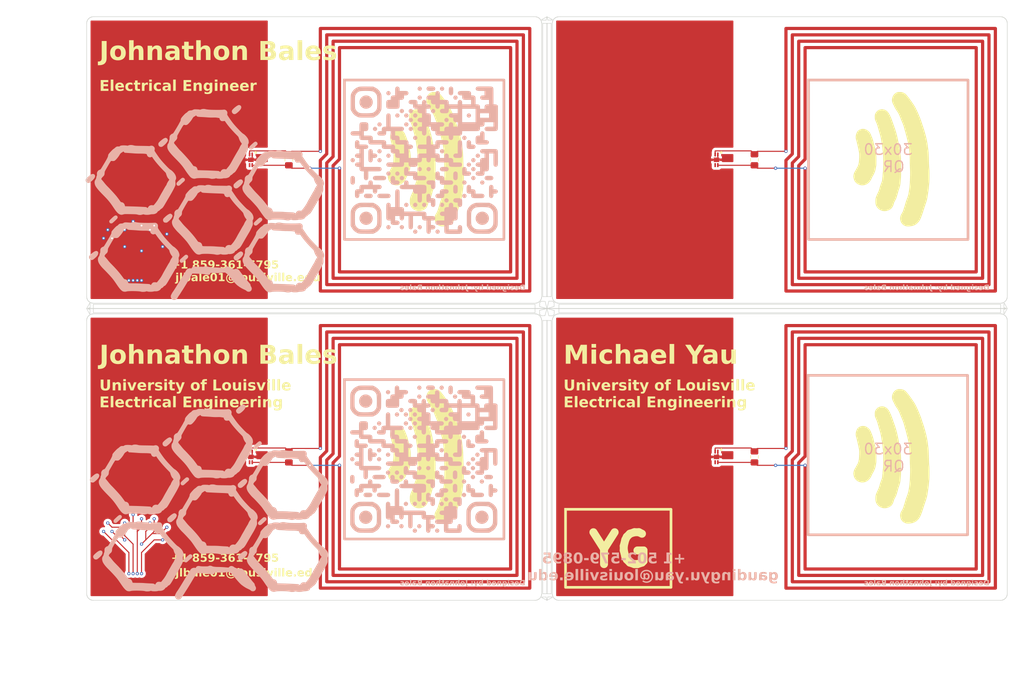
<source format=kicad_pcb>
(kicad_pcb (version 20241229) (generator "pcbnew") (generator_version "9.0")
  (title_block (title "NFC Buisness Card") (date "2026-02-10") (rev "2") (company "Johnathon L Bales"))
  (layers (0 "F.Cu" signal) (2 "B.Cu" signal) (13 "F.Paste" user) (15 "B.Paste" user) (5 "F.SilkS" user "F.Silkscreen") (7 "B.SilkS" user "B.Silkscreen") (1 "F.Mask" user) (3 "B.Mask" user) (25 "Edge.Cuts" user))
  (net 0 "")
  (net 1 "Board_3-GND")
  (net 2 "Board_3-LA")
  (net 3 "Board_1-LA")
  (net 4 "Board_2-LA")
  (net 5 "Board_0-LA")
  (net 6 "Board_2-GND")
  (net 7 "Board_1-GND")
  (net 8 "Board_1-LB")
  (net 9 "Board_2-LB")
  (net 10 "Board_0-LB")
  (net 11 "Board_0-GND")
  (net 12 "Board_3-LB")
  (net 13 "Board_0-unconnected-(IC1-FD-Pad3)")
  (net 14 "Board_3-unconnected-(IC1-FD-Pad3)")
  (net 15 "Board_1-unconnected-(IC1-FD-Pad3)")
  (net 16 "Board_2-unconnected-(IC1-FD-Pad3)")
  (footprint "LOGO" (layer "F.Cu") (at 211.717481 60.480887)
    (property "Reference" "G***" (hide yes))
    (property "Value" "LOGO" (hide yes))
  )
  (footprint "temp:SON50P200X150X50-5N" (layer "F.Cu") (at 178.823731 60.6125 -90)
    (property "Reference" "IC1" (hide yes))
    (property "Value" "NT2H1311F0DTL" (hide yes))
  )
  (footprint "temp:SON50P200X150X50-5N" (layer "F.Cu") (at 91.223731 116.5125 -90)
    (property "Reference" "IC1" (hide yes))
    (property "Value" "NT2H1311F0DTL" (hide yes))
  )
  (footprint "LOGO" (layer "F.Cu") (at 124.117481 116.380887)
    (property "Reference" "G***" (hide yes))
    (property "Value" "LOGO" (hide yes))
  )
  (footprint "Capacitor_SMD:C_0805_2012Metric_Pad1.18x1.45mm_HandSolder" (layer "F.Cu") (at 185.967481 116.5125 -90)
    (property "Reference" "C1" (hide yes))
    (property "Value" "1.2pF")
  )
  (footprint "temp:SON50P200X150X50-5N" (layer "F.Cu") (at 91.223731 60.6125 -90)
    (property "Reference" "IC1" (hide yes))
    (property "Value" "NT2H1311F0DTL" (hide yes))
  )
  (footprint "LOGO" (layer "F.Cu") (at 211.717481 116.380887)
    (property "Reference" "G***" (hide yes))
    (property "Value" "LOGO" (hide yes))
  )
  (footprint "nfc_ant:BANTnfcv2" (layer "F.Cu") (at 231.592481 35.605887 -90)
    (property "Reference" "ANT1" (hide yes))
    (property "Value" "2.69uH" (hide yes))
  )
  (footprint "Capacitor_SMD:C_0805_2012Metric_Pad1.18x1.45mm_HandSolder" (layer "F.Cu") (at 98.367481 60.6125 -90)
    (property "Reference" "C1" (hide yes))
    (property "Value" "1.2pF")
  )
  (footprint "nfc_ant:BANTnfcv2" (layer "F.Cu") (at 143.992481 91.505887 -90)
    (property "Reference" "ANT1" (hide yes))
    (property "Value" "2.69uH" (hide yes))
  )
  (footprint "LOGO" (layer "F.Cu") (at 124.117481 60.480887)
    (property "Reference" "G***" (hide yes))
    (property "Value" "LOGO" (hide yes))
  )
  (footprint "temp:SON50P200X150X50-5N" (layer "F.Cu") (at 178.823731 116.5125 -90)
    (property "Reference" "IC1" (hide yes))
    (property "Value" "NT2H1311F0DTL" (hide yes))
  )
  (footprint "nfc_ant:BANTnfcv2" (layer "F.Cu") (at 143.992481 35.605887 -90)
    (property "Reference" "ANT1" (hide yes))
    (property "Value" "2.69uH" (hide yes))
  )
  (footprint "Capacitor_SMD:C_0805_2012Metric_Pad1.18x1.45mm_HandSolder" (layer "F.Cu") (at 98.367481 116.5125 -90)
    (property "Reference" "C1" (hide yes))
    (property "Value" "1.2pF")
  )
  (footprint "Capacitor_SMD:C_0805_2012Metric_Pad1.18x1.45mm_HandSolder" (layer "F.Cu") (at 185.967481 60.6125 -90)
    (property "Reference" "C1" (hide yes))
    (property "Value" "1.2pF")
  )
  (footprint "nfc_ant:BANTnfcv2" (layer "F.Cu") (at 231.592481 91.505887 -90)
    (property "Reference" "ANT1" (hide yes))
    (property "Value" "2.69uH" (hide yes))
  )
  (footprint "LOGO" (layer "B.Cu") (at 82.55498 68.625051 180)
    (property "Reference" "G***" (hide yes))
    (property "Value" "LOGO" (hide yes))
  )
  (footprint "LOGO" (layer "B.Cu") (at 123.82998 60.687551)
    (property "Reference" "G***" (hide yes))
    (property "Value" "LOGO" (hide yes))
  )
  (footprint "LOGO" (layer "B.Cu") (at 123.753419 116.942944)
    (property "Reference" "G***" (hide yes))
    (property "Value" "LOGO" (hide yes))
  )
  (footprint "LOGO" (layer "B.Cu") (at 83.34873 124.981301 180)
    (property "Reference" "G***" (hide yes))
    (property "Value" "LOGO" (hide yes))
  )
  (gr_rect (start 150.420605 126.370364) (end 170.264355 141.054739) (stroke (width 0.5)) (fill no) (layer "F.SilkS"))
  (gr_rect (start 108.82998 101.962551) (end 138.82998 131.962551) (stroke (width 0.5)) (fill no) (layer "B.SilkS"))
  (gr_rect (start 196.06123 101.168801) (end 226.06123 131.168801) (stroke (width 0.5)) (fill no) (layer "B.SilkS"))
  (gr_rect (start 108.82998 45.606301) (end 138.82998 75.606301) (stroke (width 0.5)) (fill no) (layer "B.SilkS"))
  (gr_rect (start 196.14248 45.606301) (end 226.14248 75.606301) (stroke (width 0.5)) (fill no) (layer "B.SilkS"))
  (gr_line (start 146.541173 89.944012) (end 146.929844 88.6) (stroke (width 0.1)) (layer "Edge.Cuts"))
  (gr_line (start 145.541173 89.944012) (end 145.585954 89.988795) (stroke (width 0.1)) (layer "Edge.Cuts"))
  (gr_line (start 60.651068 90.013617) (end 60.696116 89.966149) (stroke (width 0.1)) (layer "Edge.Cuts"))
  (gr_line (start 232.593292 89.639905) (end 232.65418 89.657327) (stroke (width 0.1)) (layer "Edge.Cuts"))
  (gr_line (start 148.343586 34.021104) (end 148.393348 33.978604) (stroke (width 0.1)) (layer "Edge.Cuts"))
  (gr_line (start 60.954996 88.767035) (end 60.331754 88.6) (stroke (width 0.1)) (layer "Edge.Cuts"))
  (gr_line (start 61.384443 89.615439) (end 61.449324 89.606898) (stroke (width 0.1)) (layer "Edge.Cuts"))
  (gr_line (start 60.71879 87.255989) (end 60.674009 87.211206) (stroke (width 0.1)) (layer "Edge.Cuts"))
  (gr_line (start 145.516384 143.178936) (end 145.466622 143.221439) (stroke (width 0.1)) (layer "Edge.Cuts"))
  (gr_line (start 145.541173 34.044012) (end 145.585954 34.088795) (stroke (width 0.1)) (layer "Edge.Cuts"))
  (gr_line (start 233.452138 34.515873) (end 233.47262 34.5758) (stroke (width 0.1)) (layer "Edge.Cuts"))
  (gr_line (start 146.930032 142.250001) (end 147.730095 142.250001) (stroke (width 0.1)) (layer "Edge.Cuts"))
  (gr_line (start 144.869263 89.614415) (end 144.931601 89.625588) (stroke (width 0.1)) (layer "Edge.Cuts"))
  (gr_line (start 144.810642 143.493193) (end 144.745402 143.498332) (stroke (width 0.1)) (layer "Edge.Cuts"))
  (gr_line (start 232.960772 87.398348) (end 232.904975 87.432544) (stroke (width 0.1)) (layer "Edge.Cuts"))
  (gr_line (start 148.612507 33.836286) (end 148.671573 33.808113) (stroke (width 0.1)) (layer "Edge.Cuts"))
  (gr_line (start 147.73005 90.85) (end 146.929981 90.85) (stroke (width 0.1)) (layer "Edge.Cuts"))
  (gr_line (start 148.057755 142.800489) (end 148.031316 142.742942) (stroke (width 0.1)) (layer "Edge.Cuts"))
  (gr_line (start 60.372585 34.626486) (end 60.391173 34.563741) (stroke (width 0.1)) (layer "Edge.Cuts"))
  (gr_line (start 60.568728 90.115295) (end 60.608567 90.063378) (stroke (width 0.1)) (layer "Edge.Cuts"))
  (gr_line (start 147.930032 142.250001) (end 147.929981 90.85) (stroke (width 0.1)) (layer "Edge.Cuts"))
  (gr_line (start 148.296116 89.966149) (end 148.343586 89.921104) (stroke (width 0.1)) (layer "Edge.Cuts"))
  (gr_line (start 232.830465 33.827746) (end 232.886599 33.857069) (stroke (width 0.1)) (layer "Edge.Cuts"))
  (gr_line (start 149.179981 33.70005) (end 232.279981 33.7) (stroke (width 0.1)) (layer "Edge.Cuts"))
  (gr_line (start 145.4451 89.861533) (end 145.494182 89.901555) (stroke (width 0.1)) (layer "Edge.Cuts"))
  (gr_line (start 233.452138 90.415873) (end 233.47262 90.4758) (stroke (width 0.1)) (layer "Edge.Cuts"))
  (gr_line (start 145.98587 142.875) (end 145.935562 142.967655) (stroke (width 0.1)) (layer "Edge.Cuts"))
  (gr_line (start 60.793348 89.878604) (end 60.845266 89.838768) (stroke (width 0.1)) (layer "Edge.Cuts"))
  (gr_line (start 61.029498 143.372255) (end 60.973364 143.342932) (stroke (width 0.1)) (layer "Edge.Cuts"))
  (gr_line (start 148.9907 143.485586) (end 148.928362 143.474413) (stroke (width 0.1)) (layer "Edge.Cuts"))
  (gr_line (start 61.087045 87.498697) (end 61.029498 87.472255) (stroke (width 0.1)) (layer "Edge.Cuts"))
  (gr_line (start 145.950162 34.250783) (end 145.992703 34.343377) (stroke (width 0.1)) (layer "Edge.Cuts"))
  (gr_line (start 61.320098 89.627365) (end 61.384443 89.615439) (stroke (width 0.1)) (layer "Edge.Cuts"))
  (gr_line (start 233.185954 89.988795) (end 233.228409 90.035788) (stroke (width 0.1)) (layer "Edge.Cuts"))
  (gr_line (start 60.743586 34.021104) (end 60.793348 33.978604) (stroke (width 0.1)) (layer "Edge.Cuts"))
  (gr_line (start 233.528266 86.415421) (end 233.523129 86.480661) (stroke (width 0.1)) (layer "Edge.Cuts"))
  (gr_line (start 233.529981 86.35) (end 233.528266 86.415421) (stroke (width 0.1)) (layer "Edge.Cuts"))
  (gr_line (start 149.053523 87.593587) (end 148.9907 87.585586) (stroke (width 0.1)) (layer "Edge.Cuts"))
  (gr_line (start 145.821901 142.758421) (end 145.793726 142.817488) (stroke (width 0.1)) (layer "Edge.Cuts"))
  (gr_line (start 145.73436 89.854721) (end 145.807164 89.944012) (stroke (width 0.1)) (layer "Edge.Cuts"))
  (gr_line (start 233.3625 86.975) (end 233.328306 87.0308) (stroke (width 0.1)) (layer "Edge.Cuts"))
  (gr_line (start 233.52833 34.88669) (end 233.529931 34.95) (stroke (width 0.1)) (layer "Edge.Cuts"))
  (gr_line (start 232.343292 89.601605) (end 232.40644 89.606414) (stroke (width 0.1)) (layer "Edge.Cuts"))
  (gr_line (start 60.391173 90.463741) (end 60.41302 90.402055) (stroke (width 0.1)) (layer "Edge.Cuts"))
  (gr_line (start 60.497466 90.225022) (end 60.531661 90.169225) (stroke (width 0.1)) (layer "Edge.Cuts"))
  (gr_line (start 144.679982 87.60005) (end 61.579981 87.6) (stroke (width 0.1)) (layer "Edge.Cuts"))
  (gr_line (start 60.71879 143.155989) (end 60.674009 143.111206) (stroke (width 0.1)) (layer "Edge.Cuts"))
  (gr_line (start 233.372887 90.243377) (end 233.402208 90.299512) (stroke (width 0.1)) (layer "Edge.Cuts"))
  (gr_line (start 145.651401 87.136652) (end 145.6089 87.186416) (stroke (width 0.1)) (layer "Edge.Cuts"))
  (gr_line (start 233.116384 143.178936) (end 233.066622 143.221439) (stroke (width 0.1)) (layer "Edge.Cuts"))
  (gr_line (start 61.579981 89.60005) (end 144.679981 89.6) (stroke (width 0.1)) (layer "Edge.Cuts"))
  (gr_line (start 233.49004 90.536688) (end 233.504354 90.59838) (stroke (width 0.1)) (layer "Edge.Cuts"))
  (gr_line (start 233.014704 87.361279) (end 232.960772 87.398348) (stroke (width 0.1)) (layer "Edge.Cuts"))
  (gr_line (start 60.41302 34.502055) (end 60.438065 34.441596) (stroke (width 0.1)) (layer "Edge.Cuts"))
  (gr_line (start 148.671573 33.808113) (end 148.732032 33.783071) (stroke (width 0.1)) (layer "Edge.Cuts"))
  (gr_line (start 144.931601 33.725588) (end 144.993292 33.739905) (stroke (width 0.1)) (layer "Edge.Cuts"))
  (gr_line (start 146.129981 142.25) (end 146.929981 142.25) (stroke (width 0.1)) (layer "Edge.Cuts"))
  (gr_line (start 232.53987 143.472716) (end 232.475524 143.484646) (stroke (width 0.1)) (layer "Edge.Cuts"))
  (gr_line (start 60.331697 34.884582) (end 60.336834 34.819344) (stroke (width 0.1)) (layer "Edge.Cuts"))
  (gr_line (start 60.407825 86.784128) (end 60.387343 86.724201) (stroke (width 0.1)) (layer "Edge.Cuts"))
  (gr_line (start 145.772887 34.343377) (end 145.802208 34.399512) (stroke (width 0.1)) (layer "Edge.Cuts"))
  (gr_line (start 60.973364 87.664811) (end 60.945994 87.653989) (stroke (width 0.1)) (layer "Edge.Cuts"))
  (gr_line (start 148.131661 34.269225) (end 148.168728 34.215295) (stroke (width 0.1)) (layer "Edge.Cuts"))
  (gr_line (start 145.628409 34.135788) (end 145.668429 34.184872) (stroke (width 0.1)) (layer "Edge.Cuts"))
  (gr_line (start 148.097466 34.325022) (end 148.131661 34.269225) (stroke (width 0.1)) (layer "Edge.Cuts"))
  (gr_line (start 233.528266 142.315421) (end 233.523129 142.380661) (stroke (width 0.1)) (layer "Edge.Cuts"))
  (gr_line (start 145.701527 87.378959) (end 145.563853 87.49655) (stroke (width 0.1)) (layer "Edge.Cuts"))
  (gr_line (start 233.393726 86.917488) (end 233.3625 86.975) (stroke (width 0.1)) (layer "Edge.Cuts"))
  (gr_line (start 148.251068 34.113617) (end 148.296116 34.066149) (stroke (width 0.1)) (layer "Edge.Cuts"))
  (gr_line (start 148.087076 86.956624) (end 148.057755 86.900489) (stroke (width 0.1)) (layer "Edge.Cuts"))
  (gr_line (start 144.869263 33.714415) (end 144.931601 33.725588) (stroke (width 0.1)) (layer "Edge.Cuts"))
  (gr_line (start 145.6089 87.186416) (end 145.563853 87.233887) (stroke (width 0.1)) (layer "Edge.Cuts"))
  (gr_line (start 145.929981 142.25) (end 145.928266 142.315421) (stroke (width 0.1)) (layer "Edge.Cuts"))
  (gr_line (start 145.247464 143.363773) (end 145.188398 143.391949) (stroke (width 0.1)) (layer "Edge.Cuts"))
  (gr_line (start 60.329981 90.85) (end 60.331697 90.784582) (stroke (width 0.1)) (layer "Edge.Cuts"))
  (gr_line (start 233.0451 89.861533) (end 233.094182 89.901555) (stroke (width 0.1)) (layer "Edge.Cuts"))
  (gr_line (start 144.93987 143.472716) (end 144.875524 143.484646) (stroke (width 0.1)) (layer "Edge.Cuts"))
  (gr_line (start 148.01302 90.402055) (end 148.038065 90.341596) (stroke (width 0.1)) (layer "Edge.Cuts"))
  (gr_line (start 145.793726 142.817488) (end 145.7625 142.875) (stroke (width 0.1)) (layer "Edge.Cuts"))
  (gr_line (start 60.330032 142.250001) (end 60.329981 90.85) (stroke (width 0.1)) (layer "Edge.Cuts"))
  (gr_line (start 148.928362 143.474413) (end 148.866671 143.460096) (stroke (width 0.1)) (layer "Edge.Cuts"))
  (gr_line (start 60.899198 33.901702) (end 60.954996 33.86751) (stroke (width 0.1)) (layer "Edge.Cuts"))
  (gr_line (start 233.468791 142.636272) (end 233.446945 142.69796) (stroke (width 0.1)) (layer "Edge.Cuts"))
  (gr_line (start 233.251401 87.136652) (end 233.2089 87.186416) (stroke (width 0.1)) (layer "Edge.Cuts"))
  (gr_line (start 61.579981 88.6) (end 61.579981 89.400119) (stroke (width 0.1)) (layer "Edge.Cuts"))
  (gr_line (start 60.743586 89.921104) (end 60.793348 89.878604) (stroke (width 0.1)) (layer "Edge.Cuts"))
  (gr_line (start 148.231554 87.164213) (end 148.191534 87.115129) (stroke (width 0.1)) (layer "Edge.Cuts"))
  (gr_line (start 232.66625 87.538845) (end 232.603504 87.557435) (stroke (width 0.1)) (layer "Edge.Cuts"))
  (gr_line (start 149.049324 33.706898) (end 149.114563 33.701763) (stroke (width 0.1)) (layer "Edge.Cuts"))
  (gr_line (start 145.563853 88.233362) (end 146.929981 88.599525) (stroke (width 0.1)) (layer "Edge.Cuts"))
  (gr_line (start 145.394054 89.824048) (end 145.4451 89.861533) (stroke (width 0.1)) (layer "Edge.Cuts"))
  (gr_line (start 147.969923 86.663313) (end 147.955609 86.601621) (stroke (width 0.1)) (layer "Edge.Cuts"))
  (gr_line (start 233.3625 142.875) (end 233.328306 142.9308) (stroke (width 0.1)) (layer "Edge.Cuts"))
  (gr_line (start 148.274009 87.478868) (end 148.23939 87.453446) (stroke (width 0.1)) (layer "Edge.Cuts"))
  (gr_line (start 148.499198 89.801702) (end 148.554996 89.76751) (stroke (width 0.1)) (layer "Edge.Cuts"))
  (gr_line (start 148.465909 143.275953) (end 148.414863 143.238468) (stroke (width 0.1)) (layer "Edge.Cuts"))
  (gr_line (start 144.93987 87.572716) (end 144.875524 87.584646) (stroke (width 0.1)) (layer "Edge.Cuts"))
  (gr_line (start 148.687045 87.498697) (end 148.629498 87.472255) (stroke (width 0.1)) (layer "Edge.Cuts"))
  (gr_line (start 145.793726 86.917488) (end 145.7625 86.975) (stroke (width 0.1)) (layer "Edge.Cuts"))
  (gr_line (start 144.745402 87.598332) (end 144.679982 87.60005) (stroke (width 0.1)) (layer "Edge.Cuts"))
  (gr_line (start 145.304975 87.432544) (end 145.247464 87.463773) (stroke (width 0.1)) (layer "Edge.Cuts"))
  (gr_line (start 145.360772 143.298348) (end 145.304975 143.332544) (stroke (width 0.1)) (layer "Edge.Cuts"))
  (gr_line (start 148.191534 87.115129) (end 148.154051 87.064082) (stroke (width 0.1)) (layer "Edge.Cuts"))
  (gr_line (start 145.923129 142.380661) (end 145.914585 142.445544) (stroke (width 0.1)) (layer "Edge.Cuts"))
  (gr_line (start 232.830465 89.727746) (end 232.886599 89.757069) (stroke (width 0.1)) (layer "Edge.Cuts"))
  (gr_line (start 145.668429 90.084872) (end 145.705912 90.135919) (stroke (width 0.1)) (layer "Edge.Cuts"))
  (gr_line (start 145.935562 142.967655) (end 146.929981 143.50005) (stroke (width 0.1)) (layer "Edge.Cuts"))
  (gr_line (start 148.805783 143.442674) (end 148.745857 143.42219) (stroke (width 0.1)) (layer "Edge.Cuts"))
  (gr_line (start 149.179981 143.5) (end 149.116671 143.498396) (stroke (width 0.1)) (layer "Edge.Cuts"))
  (gr_line (start 144.993292 89.639905) (end 145.05418 89.657327) (stroke (width 0.1)) (layer "Edge.Cuts"))
  (gr_line (start 145.947466 34.246457) (end 145.950162 34.250783) (stroke (width 0.1)) (layer "Edge.Cuts"))
  (gr_line (start 60.973364 87.442932) (end 60.918788 87.410804) (stroke (width 0.1)) (layer "Edge.Cuts"))
  (gr_line (start 60.519202 142.911202) (end 60.487076 142.856624) (stroke (width 0.1)) (layer "Edge.Cuts"))
  (gr_line (start 232.593292 33.739905) (end 232.65418 33.757327) (stroke (width 0.1)) (layer "Edge.Cuts"))
  (gr_line (start 147.929981 90.85) (end 147.931697 90.784582) (stroke (width 0.1)) (layer "Edge.Cuts"))
  (gr_line (start 145.87262 34.5758) (end 145.89004 34.636688) (stroke (width 0.1)) (layer "Edge.Cuts"))
  (gr_line (start 148.745857 143.42219) (end 148.687045 143.398697) (stroke (width 0.1)) (layer "Edge.Cuts"))
  (gr_line (start 148.465909 87.375953) (end 148.414863 87.338468) (stroke (width 0.1)) (layer "Edge.Cuts"))
  (gr_line (start 145.87262 90.4758) (end 145.89004 90.536688) (stroke (width 0.1)) (layer "Edge.Cuts"))
  (gr_line (start 61.579981 143.5) (end 61.516671 143.498396) (stroke (width 0.1)) (layer "Edge.Cuts"))
  (gr_line (start 145.821901 86.858421) (end 145.793726 86.917488) (stroke (width 0.1)) (layer "Edge.Cuts"))
  (gr_line (start 144.679981 89.400001) (end 144.679981 88.6) (stroke (width 0.1)) (layer "Edge.Cuts"))
  (gr_line (start 148.208567 90.063378) (end 148.251068 90.013617) (stroke (width 0.1)) (layer "Edge.Cuts"))
  (gr_line (start 146.929981 34.95) (end 146.930032 86.350001) (stroke (width 0.1)) (layer "Edge.Cuts"))
  (gr_line (start 145.915524 90.660718) (end 145.923523 90.723542) (stroke (width 0.1)) (layer "Edge.Cuts"))
  (gr_line (start 60.674009 143.111206) (end 60.631554 143.064213) (stroke (width 0.1)) (layer "Edge.Cuts"))
  (gr_line (start 145.286599 33.857069) (end 145.341175 33.889197) (stroke (width 0.1)) (layer "Edge.Cuts"))
  (gr_line (start 145.003504 87.557435) (end 144.93987 87.572716) (stroke (width 0.1)) (layer "Edge.Cuts"))
  (gr_line (start 148.131661 90.169225) (end 148.168728 90.115295) (stroke (width 0.1)) (layer "Edge.Cuts"))
  (gr_line (start 146.929981 143.50005) (end 147.91257 142.953661) (stroke (width 0.1)) (layer "Edge.Cuts"))
  (gr_line (start 149.049324 89.606898) (end 149.114563 89.601763) (stroke (width 0.1)) (layer "Edge.Cuts"))
  (gr_line (start 145.230465 89.727746) (end 145.286599 89.757069) (stroke (width 0.1)) (layer "Edge.Cuts"))
  (gr_line (start 233.529931 34.95) (end 233.529981 86.35) (stroke (width 0.1)) (layer "Edge.Cuts"))
  (gr_line (start 60.438065 90.341596) (end 60.466239 90.282531) (stroke (width 0.1)) (layer "Edge.Cuts"))
  (gr_line (start 232.999373 87.6088) (end 232.904975 87.653831) (stroke (width 0.1)) (layer "Edge.Cuts"))
  (gr_line (start 146.929981 33.701) (end 147.097466 34.325022) (stroke (width 0.1)) (layer "Edge.Cuts"))
  (gr_line (start 147.296116 89.966149) (end 148.034534 89.966149) (stroke (width 0.1)) (layer "Edge.Cuts"))
  (gr_line (start 233.066622 87.321439) (end 233.014704 87.361279) (stroke (width 0.1)) (layer "Edge.Cuts"))
  (gr_line (start 145.69124 142.984733) (end 145.651401 143.036652) (stroke (width 0.1)) (layer "Edge.Cuts"))
  (gr_line (start 145.819001 87.233887) (end 145.701527 87.378959) (stroke (width 0.1)) (layer "Edge.Cuts"))
  (gr_line (start 60.497466 34.325022) (end 60.531661 34.269225) (stroke (width 0.1)) (layer "Edge.Cuts"))
  (gr_line (start 233.094182 89.901555) (end 233.141173 89.944012) (stroke (width 0.1)) (layer "Edge.Cuts"))
  (gr_line (start 233.268429 34.184872) (end 233.305912 34.235919) (stroke (width 0.1)) (layer "Edge.Cuts"))
  (gr_line (start 148.231554 143.064213) (end 148.191534 143.015129) (stroke (width 0.1)) (layer "Edge.Cuts"))
  (gr_line (start 60.33644 86.476459) (end 60.331633 86.413311) (stroke (width 0.1)) (layer "Edge.Cuts"))
  (gr_line (start 145.929931 90.85) (end 145.929981 142.25) (stroke (width 0.1)) (layer "Edge.Cuts"))
  (gr_line (start 148.125603 87.34528) (end 148.016286 87.211206) (stroke (width 0.1)) (layer "Edge.Cuts"))
  (gr_line (start 149.114563 89.601763) (end 149.179981 89.60005) (stroke (width 0.1)) (layer "Edge.Cuts"))
  (gr_line (start 233.528036 88.6) (end 232.886599 88.756594) (stroke (width 0.1)) (layer "Edge.Cuts"))
  (gr_line (start 60.355609 86.601621) (end 60.344439 86.539283) (stroke (width 0.1)) (layer "Edge.Cuts"))
  (gr_line (start 60.945994 87.653989) (end 60.8772 87.615804) (stroke (width 0.1)) (layer "Edge.Cuts"))
  (gr_line (start 147.991173 90.463741) (end 148.01302 90.402055) (stroke (width 0.1)) (layer "Edge.Cuts"))
  (gr_line (start 232.727938 143.416996) (end 232.66625 143.438845) (stroke (width 0.1)) (layer "Edge.Cuts"))
  (gr_line (start 148.612507 89.736286) (end 148.671573 89.708113) (stroke (width 0.1)) (layer "Edge.Cuts"))
  (gr_line (start 233.251401 143.036652) (end 233.2089 143.086416) (stroke (width 0.1)) (layer "Edge.Cuts"))
  (gr_line (start 147.957306 90.590119) (end 147.972585 90.526486) (stroke (width 0.1)) (layer "Edge.Cuts"))
  (gr_line (start 60.387343 86.724201) (end 60.369923 86.663313) (stroke (width 0.1)) (layer "Edge.Cuts"))
  (gr_line (start 145.902658 86.60989) (end 145.887379 86.673524) (stroke (width 0.1)) (layer "Edge.Cuts"))
  (gr_line (start 149.179981 88.6) (end 149.179981 89.400119) (stroke (width 0.1)) (layer "Edge.Cuts"))
  (gr_line (start 60.331754 88.6) (end 61.579981 88.6) (stroke (width 0.1)) (layer "Edge.Cuts"))
  (gr_line (start 145.728306 142.9308) (end 145.69124 142.984733) (stroke (width 0.1)) (layer "Edge.Cuts"))
  (gr_line (start 146.929981 88.599525) (end 60.329981 88.599525) (stroke (width 0.1)) (layer "Edge.Cuts"))
  (gr_line (start 60.865909 143.275953) (end 60.814863 143.238468) (stroke (width 0.1)) (layer "Edge.Cuts"))
  (gr_line (start 60.631554 87.164213) (end 60.591534 87.115129) (stroke (width 0.1)) (layer "Edge.Cuts"))
  (gr_line (start 233.487379 142.573524) (end 233.468791 142.636272) (stroke (width 0.1)) (layer "Edge.Cuts"))
  (gr_line (start 60.765781 87.298446) (end 60.71879 87.255989) (stroke (width 0.1)) (layer "Edge.Cuts"))
  (gr_line (start 233.514585 142.445544) (end 233.502658 142.50989) (stroke (width 0.1)) (layer "Edge.Cuts"))
  (gr_line (start 233.094182 34.001555) (end 233.141173 34.044012) (stroke (width 0.1)) (layer "Edge.Cuts"))
  (gr_line (start 145.563853 143.133887) (end 145.516384 143.178936) (stroke (width 0.1)) (layer "Edge.Cuts"))
  (gr_line (start 233.515524 34.760718) (end 233.523523 34.823542) (stroke (width 0.1)) (layer "Edge.Cuts"))
  (gr_line (start 144.875524 87.584646) (end 144.810642 87.593193) (stroke (width 0.1)) (layer "Edge.Cuts"))
  (gr_line (start 145.563853 87.233887) (end 145.516384 87.278936) (stroke (width 0.1)) (layer "Edge.Cuts"))
  (gr_line (start 232.960772 143.298348) (end 232.904975 143.332544) (stroke (width 0.1)) (layer "Edge.Cuts"))
  (gr_line (start 147.945378 34.754463) (end 147.957306 34.690119) (stroke (width 0.1)) (layer "Edge.Cuts"))
  (gr_line (start 144.679981 33.7) (end 144.743292 33.701605) (stroke (width 0.1)) (layer "Edge.Cuts"))
  (gr_line (start 145.740761 90.188799) (end 145.772887 90.243377) (stroke (width 0.1)) (layer "Edge.Cuts"))
  (gr_line (start 232.65418 89.657327) (end 232.714106 89.677811) (stroke (width 0.1)) (layer "Edge.Cuts"))
  (gr_line (start 233.52833 90.78669) (end 233.529931 90.85) (stroke (width 0.1)) (layer "Edge.Cuts"))
  (gr_line (start 145.89004 90.536688) (end 145.904354 90.59838) (stroke (width 0.1)) (layer "Edge.Cuts"))
  (gr_line (start 232.994054 33.924048) (end 233.0451 33.961533) (stroke (width 0.1)) (layer "Edge.Cuts"))
  (gr_line (start 233.504354 34.69838) (end 233.515524 34.760718) (stroke (width 0.1)) (layer "Edge.Cuts"))
  (gr_line (start 61.012507 33.836286) (end 61.071573 33.808113) (stroke (width 0.1)) (layer "Edge.Cuts"))
  (gr_line (start 145.868791 86.736272) (end 145.846945 86.79796) (stroke (width 0.1)) (layer "Edge.Cuts"))
  (gr_line (start 147.944439 142.439283) (end 147.93644 142.376459) (stroke (width 0.1)) (layer "Edge.Cuts"))
  (gr_line (start 233.428647 90.357059) (end 233.452138 90.415873) (stroke (width 0.1)) (layer "Edge.Cuts"))
  (gr_line (start 149.179981 87.6) (end 149.116671 87.598396) (stroke (width 0.1)) (layer "Edge.Cuts"))
  (gr_line (start 148.31879 87.255989) (end 148.274009 87.211206) (stroke (width 0.1)) (layer "Edge.Cuts"))
  (gr_line (start 232.886599 89.53519) (end 232.913969 89.546012) (stroke (width 0.1)) (layer "Edge.Cuts"))
  (gr_line (start 145.304975 143.332544) (end 145.247464 143.363773) (stroke (width 0.1)) (layer "Edge.Cuts"))
  (gr_line (start 60.391173 34.563741) (end 60.41302 34.502055) (stroke (width 0.1)) (layer "Edge.Cuts"))
  (gr_line (start 145.114106 89.677811) (end 145.172918 89.701304) (stroke (width 0.1)) (layer "Edge.Cuts"))
  (gr_line (start 147.73005 34.95) (end 146.929981 34.95) (stroke (width 0.1)) (layer "Edge.Cuts"))
  (gr_line (start 60.954996 89.549501) (end 60.954996 88.767035) (stroke (width 0.1)) (layer "Edge.Cuts"))
  (gr_line (start 233.523523 34.823542) (end 233.52833 34.88669) (stroke (width 0.1)) (layer "Edge.Cuts"))
  (gr_line (start 61.579981 87.800001) (end 61.579981 88.599475) (stroke (width 0.1)) (layer "Edge.Cuts"))
  (gr_line (start 144.679982 88.599525) (end 144.679982 87.80005) (stroke (width 0.1)) (layer "Edge.Cuts"))
  (gr_line (start 148.554996 33.86751) (end 148.612507 33.836286) (stroke (width 0.1)) (layer "Edge.Cuts"))
  (gr_line (start 232.847464 143.363773) (end 232.788398 143.391949) (stroke (width 0.1)) (layer "Edge.Cuts"))
  (gr_line (start 232.727938 87.516996) (end 232.66625 87.538845) (stroke (width 0.1)) (layer "Edge.Cuts"))
  (gr_line (start 233.185954 34.088795) (end 233.228409 34.135788) (stroke (width 0.1)) (layer "Edge.Cuts"))
  (gr_line (start 145.868791 142.636272) (end 145.846945 142.69796) (stroke (width 0.1)) (layer "Edge.Cuts"))
  (gr_line (start 61.145857 87.52219) (end 61.087045 87.498697) (stroke (width 0.1)) (layer "Edge.Cuts"))
  (gr_line (start 145.341175 33.889197) (end 145.394054 33.924048) (stroke (width 0.1)) (layer "Edge.Cuts"))
  (gr_line (start 61.516671 143.498396) (end 61.453523 143.493587) (stroke (width 0.1)) (layer "Edge.Cuts"))
  (gr_line (start 60.33644 142.376459) (end 60.331633 142.313311) (stroke (width 0.1)) (layer "Edge.Cuts"))
  (gr_line (start 233.523129 142.380661) (end 233.514585 142.445544) (stroke (width 0.1)) (layer "Edge.Cuts"))
  (gr_line (start 232.345402 143.498332) (end 232.279982 143.50005) (stroke (width 0.1)) (layer "Edge.Cuts"))
  (gr_line (start 146.929981 88.599525) (end 146.563853 87.233887) (stroke (width 0.1)) (layer "Edge.Cuts"))
  (gr_line (start 232.531601 33.725588) (end 232.593292 33.739905) (stroke (width 0.1)) (layer "Edge.Cuts"))
  (gr_line (start 61.320098 33.727365) (end 61.384443 33.715439) (stroke (width 0.1)) (layer "Edge.Cuts"))
  (gr_line (start 146.129931 34.95) (end 146.129981 86.35) (stroke (width 0.1)) (layer "Edge.Cuts"))
  (gr_line (start 145.127938 143.416996) (end 145.06625 143.438845) (stroke (width 0.1)) (layer "Edge.Cuts"))
  (gr_line (start 232.886599 89.757069) (end 232.941175 89.789197) (stroke (width 0.1)) (layer "Edge.Cuts"))
  (gr_line (start 233.523129 86.480661) (end 233.514585 86.545544) (stroke (width 0.1)) (layer "Edge.Cuts"))
  (gr_line (start 60.554051 87.064082) (end 60.519202 87.011202) (stroke (width 0.1)) (layer "Edge.Cuts"))
  (gr_line (start 233.446945 142.69796) (end 233.421901 142.758421) (stroke (width 0.1)) (layer "Edge.Cuts"))
  (gr_line (start 147.91257 142.953661) (end 147.909801 142.949218) (stroke (width 0.1)) (layer "Edge.Cuts"))
  (gr_line (start 148.866671 87.560096) (end 148.805783 87.542674) (stroke (width 0.1)) (layer "Edge.Cuts"))
  (gr_line (start 61.19372 89.661227) (end 61.256466 89.642641) (stroke (width 0.1)) (layer "Edge.Cuts"))
  (gr_line (start 61.384443 33.715439) (end 61.449324 33.706898) (stroke (width 0.1)) (layer "Edge.Cuts"))
  (gr_line (start 144.875524 143.484646) (end 144.810642 143.493193) (stroke (width 0.1)) (layer "Edge.Cuts"))
  (gr_line (start 148.856466 89.642641) (end 148.920098 89.627365) (stroke (width 0.1)) (layer "Edge.Cuts"))
  (gr_line (start 144.743292 89.601605) (end 144.80644 89.606414) (stroke (width 0.1)) (layer "Edge.Cuts"))
  (gr_line (start 60.457755 86.900489) (end 60.431316 86.842942) (stroke (width 0.1)) (layer "Edge.Cuts"))
  (gr_line (start 60.372585 90.526486) (end 60.391173 90.463741) (stroke (width 0.1)) (layer "Edge.Cuts"))
  (gr_line (start 148.984443 33.715439) (end 149.049324 33.706898) (stroke (width 0.1)) (layer "Edge.Cuts"))
  (gr_line (start 148.168728 90.115295) (end 148.208567 90.063378) (stroke (width 0.1)) (layer "Edge.Cuts"))
  (gr_line (start 145.828647 34.457059) (end 145.852138 34.515873) (stroke (width 0.1)) (layer "Edge.Cuts"))
  (gr_line (start 233.268429 90.084872) (end 233.305912 90.135919) (stroke (width 0.1)) (layer "Edge.Cuts"))
  (gr_line (start 145.628409 90.035788) (end 145.668429 90.084872) (stroke (width 0.1)) (layer "Edge.Cuts"))
  (gr_line (start 233.141173 34.044012) (end 233.185954 34.088795) (stroke (width 0.1)) (layer "Edge.Cuts"))
  (gr_line (start 233.228409 34.135788) (end 233.268429 34.184872) (stroke (width 0.1)) (layer "Edge.Cuts"))
  (gr_line (start 147.730095 86.350001) (end 147.73005 34.95) (stroke (width 0.1)) (layer "Edge.Cuts"))
  (gr_line (start 147.931633 142.313311) (end 147.930032 142.250001) (stroke (width 0.1)) (layer "Edge.Cuts"))
  (gr_line (start 61.579981 89.400119) (end 144.679981 89.400001) (stroke (width 0.1)) (layer "Edge.Cuts"))
  (gr_line (start 145.846945 86.79796) (end 145.821901 86.858421) (stroke (width 0.1)) (layer "Edge.Cuts"))
  (gr_line (start 149.116671 87.598396) (end 149.053523 87.593587) (stroke (width 0.1)) (layer "Edge.Cuts"))
  (gr_line (start 148.296116 89.709594) (end 148.296116 88.965674) (stroke (width 0.1)) (layer "Edge.Cuts"))
  (gr_line (start 233.372887 34.343377) (end 233.402208 34.399512) (stroke (width 0.1)) (layer "Edge.Cuts"))
  (gr_line (start 145.807164 89.944012) (end 146.541173 89.944012) (stroke (width 0.1)) (layer "Edge.Cuts"))
  (gr_line (start 145.852138 90.415873) (end 145.87262 90.4758) (stroke (width 0.1)) (layer "Edge.Cuts"))
  (gr_line (start 60.41302 90.402055) (end 60.438065 90.341596) (stroke (width 0.1)) (layer "Edge.Cuts"))
  (gr_line (start 148.445266 33.938768) (end 148.499198 33.901702) (stroke (width 0.1)) (layer "Edge.Cuts"))
  (gr_line (start 61.453523 87.593587) (end 61.3907 87.585586) (stroke (width 0.1)) (layer "Edge.Cuts"))
  (gr_line (start 148.031316 142.742942) (end 148.007825 142.684128) (stroke (width 0.1)) (layer "Edge.Cuts"))
  (gr_line (start 148.031316 86.842942) (end 148.007825 86.784128) (stroke (width 0.1)) (layer "Edge.Cuts"))
  (gr_line (start 146.129931 90.85) (end 146.129981 142.25) (stroke (width 0.1)) (layer "Edge.Cuts"))
  (gr_line (start 61.029498 87.472255) (end 60.973364 87.442932) (stroke (width 0.1)) (layer "Edge.Cuts"))
  (gr_line (start 148.9907 87.585586) (end 148.928362 87.574413) (stroke (width 0.1)) (layer "Edge.Cuts"))
  (gr_line (start 233.393726 142.817488) (end 233.3625 142.875) (stroke (width 0.1)) (layer "Edge.Cuts"))
  (gr_line (start 145.902658 142.50989) (end 145.887379 142.573524) (stroke (width 0.1)) (layer "Edge.Cuts"))
  (gr_line (start 148.191534 143.015129) (end 148.154051 142.964082) (stroke (width 0.1)) (layer "Edge.Cuts"))
  (gr_line (start 146.930032 86.350001) (end 147.730095 86.350001) (stroke (width 0.1)) (layer "Edge.Cuts"))
  (gr_line (start 61.145857 143.42219) (end 61.087045 143.398697) (stroke (width 0.1)) (layer "Edge.Cuts"))
  (gr_line (start 147.936834 34.819344) (end 147.945378 34.754463) (stroke (width 0.1)) (layer "Edge.Cuts"))
  (gr_line (start 61.132032 33.783071) (end 61.19372 33.761227) (stroke (width 0.1)) (layer "Edge.Cuts"))
  (gr_line (start 147.945378 90.654463) (end 147.957306 90.590119) (stroke (width 0.1)) (layer "Edge.Cuts"))
  (gr_line (start 148.393348 33.978604) (end 148.445266 33.938768) (stroke (width 0.1)) (layer "Edge.Cuts"))
  (gr_line (start 232.603504 87.557435) (end 232.53987 87.572716) (stroke (width 0.1)) (layer "Edge.Cuts"))
  (gr_line (start 148.920098 33.727365) (end 148.984443 33.715439) (stroke (width 0.1)) (layer "Edge.Cuts"))
  (gr_line (start 60.531661 34.269225) (end 60.568728 34.215295) (stroke (width 0.1)) (layer "Edge.Cuts"))
  (gr_line (start 148.866671 143.460096) (end 148.805783 143.442674) (stroke (width 0.1)) (layer "Edge.Cuts"))
  (gr_line (start 232.603504 143.457435) (end 232.53987 143.472716) (stroke (width 0.1)) (layer "Edge.Cuts"))
  (gr_line (start 60.336834 90.719344) (end 60.345378 90.654463) (stroke (width 0.1)) (layer "Edge.Cuts"))
  (gr_line (start 233.523523 90.723542) (end 233.52833 90.78669) (stroke (width 0.1)) (layer "Edge.Cuts"))
  (gr_line (start 233.0451 33.961533) (end 233.094182 34.001555) (stroke (width 0.1)) (layer "Edge.Cuts"))
  (gr_line (start 60.331633 142.313311) (end 60.330032 142.250001) (stroke (width 0.1)) (layer "Edge.Cuts"))
  (gr_line (start 232.279981 33.7) (end 232.343292 33.701605) (stroke (width 0.1)) (layer "Edge.Cuts"))
  (gr_line (start 145.585954 89.988795) (end 145.628409 90.035788) (stroke (width 0.1)) (layer "Edge.Cuts"))
  (gr_line (start 149.179981 89.400119) (end 232.279981 89.400001) (stroke (width 0.1)) (layer "Edge.Cuts"))
  (gr_line (start 60.793348 33.978604) (end 60.845266 33.938768) (stroke (width 0.1)) (layer "Edge.Cuts"))
  (gr_line (start 232.279982 87.60005) (end 149.179981 87.6) (stroke (width 0.1)) (layer "Edge.Cuts"))
  (gr_line (start 148.119202 142.911202) (end 148.087076 142.856624) (stroke (width 0.1)) (layer "Edge.Cuts"))
  (gr_line (start 144.743292 33.701605) (end 144.80644 33.706414) (stroke (width 0.1)) (layer "Edge.Cuts"))
  (gr_line (start 148.296116 34.066149) (end 148.343586 34.021104) (stroke (width 0.1)) (layer "Edge.Cuts"))
  (gr_line (start 145.003504 143.457435) (end 144.93987 143.472716) (stroke (width 0.1)) (layer "Edge.Cuts"))
  (gr_line (start 145.668429 34.184872) (end 145.705912 34.235919) (stroke (width 0.1)) (layer "Edge.Cuts"))
  (gr_line (start 145.127938 87.516996) (end 145.06625 87.538845) (stroke (width 0.1)) (layer "Edge.Cuts"))
  (gr_line (start 233.328306 87.0308) (end 233.29124 87.084733) (stroke (width 0.1)) (layer "Edge.Cuts"))
  (gr_line (start 147.93644 86.476459) (end 147.931633 86.413311) (stroke (width 0.1)) (layer "Edge.Cuts"))
  (gr_line (start 60.8772 87.615804) (end 60.329981 88.599525) (stroke (width 0.1)) (layer "Edge.Cuts"))
  (gr_line (start 233.502658 86.60989) (end 233.487379 86.673524) (stroke (width 0.1)) (layer "Edge.Cuts"))
  (gr_line (start 147.864785 142.856624) (end 147.087076 142.856624) (stroke (width 0.1)) (layer "Edge.Cuts"))
  (gr_line (start 232.531601 89.625588) (end 232.593292 89.639905) (stroke (width 0.1)) (layer "Edge.Cuts"))
  (gr_line (start 145.516384 87.278936) (end 145.466622 87.321439) (stroke (width 0.1)) (layer "Edge.Cuts"))
  (gr_line (start 60.814863 87.338468) (end 60.765781 87.298446) (stroke (width 0.1)) (layer "Edge.Cuts"))
  (gr_line (start 145.923523 90.723542) (end 145.92833 90.78669) (stroke (width 0.1)) (layer "Edge.Cuts"))
  (gr_line (start 232.904975 87.432544) (end 232.847464 87.463773) (stroke (width 0.1)) (layer "Edge.Cuts"))
  (gr_line (start 232.343292 33.701605) (end 232.40644 33.706414) (stroke (width 0.1)) (layer "Edge.Cuts"))
  (gr_line (start 232.941175 89.789197) (end 232.994054 89.824048) (stroke (width 0.1)) (layer "Edge.Cuts"))
  (gr_line (start 148.920098 89.627365) (end 148.984443 89.615439) (stroke (width 0.1)) (layer "Edge.Cuts"))
  (gr_line (start 145.705912 90.135919) (end 145.740761 90.188799) (stroke (width 0.1)) (layer "Edge.Cuts"))
  (gr_line (start 145.7625 142.875) (end 145.728306 142.9308) (stroke (width 0.1)) (layer "Edge.Cuts"))
  (gr_line (start 145.230465 33.827746) (end 145.286599 33.857069) (stroke (width 0.1)) (layer "Edge.Cuts"))
  (gr_line (start 148.573364 143.342932) (end 148.518788 143.310804) (stroke (width 0.1)) (layer "Edge.Cuts"))
  (gr_line (start 145.188398 87.491949) (end 145.127938 87.516996) (stroke (width 0.1)) (layer "Edge.Cuts"))
  (gr_line (start 232.279981 88.6) (end 233.528036 88.6) (stroke (width 0.1)) (layer "Edge.Cuts"))
  (gr_line (start 232.40644 89.606414) (end 232.469263 89.614415) (stroke (width 0.1)) (layer "Edge.Cuts"))
  (gr_line (start 60.487076 142.856624) (end 60.457755 142.800489) (stroke (width 0.1)) (layer "Edge.Cuts"))
  (gr_line (start 145.651401 143.036652) (end 145.6089 143.086416) (stroke (width 0.1)) (layer "Edge.Cuts"))
  (gr_line (start 145.4451 33.961533) (end 145.494182 34.001555) (stroke (width 0.1)) (layer "Edge.Cuts"))
  (gr_line (start 149.179981 87.800001) (end 149.179981 88.599475) (stroke (width 0.1)) (layer "Edge.Cuts"))
  (gr_line (start 60.387343 142.624201) (end 60.369923 142.563313) (stroke (width 0.1)) (layer "Edge.Cuts"))
  (gr_line (start 149.179981 89.60005) (end 232.279981 89.6) (stroke (width 0.1)) (layer "Edge.Cuts"))
  (gr_line (start 145.286599 89.757069) (end 145.341175 89.789197) (stroke (width 0.1)) (layer "Edge.Cuts"))
  (gr_line (start 148.805783 87.542674) (end 148.745857 87.52219) (stroke (width 0.1)) (layer "Edge.Cuts"))
  (gr_line (start 60.329981 34.95) (end 60.331697 34.884582) (stroke (width 0.1)) (layer "Edge.Cuts"))
  (gr_line (start 147.955609 142.501621) (end 147.944439 142.439283) (stroke (width 0.1)) (layer "Edge.Cuts"))
  (gr_line (start 147.957306 34.690119) (end 147.972585 34.626486) (stroke (width 0.1)) (layer "Edge.Cuts"))
  (gr_line (start 146.929931 34.95) (end 146.129931 34.95) (stroke (width 0.1)) (layer "Edge.Cuts"))
  (gr_line (start 148.745857 87.52219) (end 148.687045 87.498697) (stroke (width 0.1)) (layer "Edge.Cuts"))
  (gr_line (start 232.279982 88.599525) (end 232.279982 87.80005) (stroke (width 0.1)) (layer "Edge.Cuts"))
  (gr_line (start 233.29124 142.984733) (end 233.251401 143.036652) (stroke (width 0.1)) (layer "Edge.Cuts"))
  (gr_line (start 61.579981 88.599475) (end 144.679982 88.599525) (stroke (width 0.1)) (layer "Edge.Cuts"))
  (gr_line (start 60.973364 88.442407) (end 60.973364 87.664811) (stroke (width 0.1)) (layer "Edge.Cuts"))
  (gr_line (start 232.475524 87.584646) (end 232.410642 87.593193) (stroke (width 0.1)) (layer "Edge.Cuts"))
  (gr_line (start 144.745402 143.498332) (end 144.679982 143.50005) (stroke (width 0.1)) (layer "Edge.Cuts"))
  (gr_line (start 232.279981 89.400001) (end 232.279981 88.6) (stroke (width 0.1)) (layer "Edge.Cuts"))
  (gr_line (start 145.89004 34.636688) (end 145.904354 34.69838) (stroke (width 0.1)) (layer "Edge.Cuts"))
  (gr_line (start 144.993292 33.739905) (end 145.05418 33.757327) (stroke (width 0.1)) (layer "Edge.Cuts"))
  (gr_line (start 148.034534 89.966149) (end 148.158448 89.821072) (stroke (width 0.1)) (layer "Edge.Cuts"))
  (gr_line (start 145.928266 142.315421) (end 145.923129 142.380661) (stroke (width 0.1)) (layer "Edge.Cuts"))
  (gr_line (start 145.06625 87.538845) (end 145.003504 87.557435) (stroke (width 0.1)) (layer "Edge.Cuts"))
  (gr_line (start 60.345378 90.654463) (end 60.357306 90.590119) (stroke (width 0.1)) (layer "Edge.Cuts"))
  (gr_line (start 148.445266 89.838768) (end 148.499198 89.801702) (stroke (width 0.1)) (layer "Edge.Cuts"))
  (gr_line (start 145.728306 87.0308) (end 145.69124 87.084733) (stroke (width 0.1)) (layer "Edge.Cuts"))
  (gr_line (start 148.499198 33.901702) (end 148.554996 33.86751) (stroke (width 0.1)) (layer "Edge.Cuts"))
  (gr_line (start 233.2089 143.086416) (end 233.163853 143.133887) (stroke (width 0.1)) (layer "Edge.Cuts"))
  (gr_line (start 233.502658 142.50989) (end 233.487379 142.573524) (stroke (width 0.1)) (layer "Edge.Cuts"))
  (gr_line (start 60.431316 142.742942) (end 60.407825 142.684128) (stroke (width 0.1)) (layer "Edge.Cuts"))
  (gr_line (start 60.331633 86.413311) (end 60.330032 86.350001) (stroke (width 0.1)) (layer "Edge.Cuts"))
  (gr_line (start 60.554051 142.964082) (end 60.519202 142.911202) (stroke (width 0.1)) (layer "Edge.Cuts"))
  (gr_line (start 60.344439 142.439283) (end 60.33644 142.376459) (stroke (width 0.1)) (layer "Edge.Cuts"))
  (gr_line (start 146.129981 86.35) (end 146.929981 86.35) (stroke (width 0.1)) (layer "Edge.Cuts"))
  (gr_line (start 144.80644 89.606414) (end 144.869263 89.614415) (stroke (width 0.1)) (layer "Edge.Cuts"))
  (gr_line (start 232.279981 87.80005) (end 149.179981 87.800001) (stroke (width 0.1)) (layer "Edge.Cuts"))
  (gr_line (start 148.671573 89.708113) (end 148.732032 89.683071) (stroke (width 0.1)) (layer "Edge.Cuts"))
  (gr_line (start 145.914585 142.445544) (end 145.902658 142.50989) (stroke (width 0.1)) (layer "Edge.Cuts"))
  (gr_line (start 147.930032 86.350001) (end 147.929981 34.95) (stroke (width 0.1)) (layer "Edge.Cuts"))
  (gr_line (start 232.913969 89.546012) (end 232.982702 89.584164) (stroke (width 0.1)) (layer "Edge.Cuts"))
  (gr_line (start 145.846945 142.69796) (end 145.821901 142.758421) (stroke (width 0.1)) (layer "Edge.Cuts"))
  (gr_line (start 61.449324 33.706898) (end 61.514563 33.701763) (stroke (width 0.1)) (layer "Edge.Cuts"))
  (gr_line (start 148.365781 143.198446) (end 148.31879 143.155989) (stroke (width 0.1)) (layer "Edge.Cuts"))
  (gr_line (start 233.47262 90.4758) (end 233.49004 90.536688) (stroke (width 0.1)) (layer "Edge.Cuts"))
  (gr_line (start 145.585954 34.088795) (end 145.628409 34.135788) (stroke (width 0.1)) (layer "Edge.Cuts"))
  (gr_line (start 232.772918 33.801304) (end 232.830465 33.827746) (stroke (width 0.1)) (layer "Edge.Cuts"))
  (gr_line (start 60.631554 143.064213) (end 60.591534 143.015129) (stroke (width 0.1)) (layer "Edge.Cuts"))
  (gr_line (start 233.529981 88.599525) (end 232.999373 87.6088) (stroke (width 0.1)) (layer "Edge.Cuts"))
  (gr_line (start 60.863328 89.596207) (end 60.954996 89.549501) (stroke (width 0.1)) (layer "Edge.Cuts"))
  (gr_line (start 145.904354 90.59838) (end 145.915524 90.660718) (stroke (width 0.1)) (layer "Edge.Cuts"))
  (gr_line (start 233.228409 90.035788) (end 233.268429 90.084872) (stroke (width 0.1)) (layer "Edge.Cuts"))
  (gr_line (start 61.328362 143.474413) (end 61.266671 143.460096) (stroke (width 0.1)) (layer "Edge.Cuts"))
  (gr_line (start 148.274009 88.210681) (end 148.274009 87.478868) (stroke (width 0.1)) (layer "Edge.Cuts"))
  (gr_line (start 145.904354 34.69838) (end 145.915524 34.760718) (stroke (width 0.1)) (layer "Edge.Cuts"))
  (gr_line (start 147.097466 34.325022) (end 147.876213 34.325022) (stroke (width 0.1)) (layer "Edge.Cuts"))
  (gr_line (start 146.772887 34.343377) (end 146.929981 33.701) (stroke (width 0.1)) (layer "Edge.Cuts"))
  (gr_line (start 232.53987 87.572716) (end 232.475524 87.584646) (stroke (width 0.1)) (layer "Edge.Cuts"))
  (gr_line (start 147.087076 142.856624) (end 146.929981 143.50005) (stroke (width 0.1)) (layer "Edge.Cuts"))
  (gr_line (start 145.414704 87.361279) (end 145.360772 87.398348) (stroke (width 0.1)) (layer "Edge.Cuts"))
  (gr_line (start 148.251068 90.013617) (end 148.296116 89.966149) (stroke (width 0.1)) (layer "Edge.Cuts"))
  (gr_line (start 145.172918 89.701304) (end 145.230465 89.727746) (stroke (width 0.1)) (layer "Edge.Cuts"))
  (gr_line (start 148.414863 87.338468) (end 148.365781 87.298446) (stroke (width 0.1)) (layer "Edge.Cuts"))
  (gr_line (start 232.40644 33.706414) (end 232.469263 33.714415) (stroke (width 0.1)) (layer "Edge.Cuts"))
  (gr_line (start 233.446945 86.79796) (end 233.421901 86.858421) (stroke (width 0.1)) (layer "Edge.Cuts"))
  (gr_line (start 148.554996 89.76751) (end 148.612507 89.736286) (stroke (width 0.1)) (layer "Edge.Cuts"))
  (gr_line (start 145.541173 88.943537) (end 145.541173 89.688248) (stroke (width 0.1)) (layer "Edge.Cuts"))
  (gr_line (start 232.65418 33.757327) (end 232.714106 33.777811) (stroke (width 0.1)) (layer "Edge.Cuts"))
  (gr_line (start 147.969923 142.563313) (end 147.955609 142.501621) (stroke (width 0.1)) (layer "Edge.Cuts"))
  (gr_line (start 60.651068 34.113617) (end 60.696116 34.066149) (stroke (width 0.1)) (layer "Edge.Cuts"))
  (gr_line (start 145.341175 89.789197) (end 145.394054 89.824048) (stroke (width 0.1)) (layer "Edge.Cuts"))
  (gr_line (start 61.256466 33.742641) (end 61.320098 33.727365) (stroke (width 0.1)) (layer "Edge.Cuts"))
  (gr_line (start 148.038065 90.341596) (end 148.066239 90.282531) (stroke (width 0.1)) (layer "Edge.Cuts"))
  (gr_line (start 233.014704 143.261279) (end 232.960772 143.298348) (stroke (width 0.1)) (layer "Edge.Cuts"))
  (gr_line (start 61.266671 87.560096) (end 61.205783 87.542674) (stroke (width 0.1)) (layer "Edge.Cuts"))
  (gr_line (start 233.529981 88.599525) (end 146.929981 88.599525) (stroke (width 0.1)) (layer "Edge.Cuts"))
  (gr_line (start 233.066622 143.221439) (end 233.014704 143.261279) (stroke (width 0.1)) (layer "Edge.Cuts"))
  (gr_line (start 147.931633 86.413311) (end 147.930032 86.350001) (stroke (width 0.1)) (layer "Edge.Cuts"))
  (gr_line (start 233.515524 90.660718) (end 233.523523 90.723542) (stroke (width 0.1)) (layer "Edge.Cuts"))
  (gr_line (start 145.772887 90.243377) (end 145.802208 90.299512) (stroke (width 0.1)) (layer "Edge.Cuts"))
  (gr_line (start 60.330032 86.350001) (end 60.329981 34.95) (stroke (width 0.1)) (layer "Edge.Cuts"))
  (gr_line (start 147.936834 90.719344) (end 147.945378 90.654463) (stroke (width 0.1)) (layer "Edge.Cuts"))
  (gr_line (start 60.329981 88.599525) (end 60.973364 88.442407) (stroke (width 0.1)) (layer "Edge.Cuts"))
  (gr_line (start 60.344439 86.539283) (end 60.33644 86.476459) (stroke (width 0.1)) (layer "Edge.Cuts"))
  (gr_line (start 232.941175 33.889197) (end 232.994054 33.924048) (stroke (width 0.1)) (layer "Edge.Cuts"))
  (gr_line (start 233.47262 34.5758) (end 233.49004 34.636688) (stroke (width 0.1)) (layer "Edge.Cuts"))
  (gr_line (start 147.991173 34.563741) (end 148.01302 34.502055) (stroke (width 0.1)) (layer "Edge.Cuts"))
  (gr_line (start 145.887379 86.673524) (end 145.868791 86.736272) (stroke (width 0.1)) (layer "Edge.Cuts"))
  (gr_line (start 145.802208 34.399512) (end 145.828647 34.457059) (stroke (width 0.1)) (layer "Edge.Cuts"))
  (gr_line (start 148.928362 87.574413) (end 148.866671 87.560096) (stroke (width 0.1)) (layer "Edge.Cuts"))
  (gr_line (start 61.205783 143.442674) (end 61.145857 143.42219) (stroke (width 0.1)) (layer "Edge.Cuts"))
  (gr_line (start 145.92833 34.88669) (end 145.929931 34.95) (stroke (width 0.1)) (layer "Edge.Cuts"))
  (gr_line (start 148.31879 143.155989) (end 148.274009 143.111206) (stroke (width 0.1)) (layer "Edge.Cuts"))
  (gr_line (start 233.141173 89.944012) (end 233.185954 89.988795) (stroke (width 0.1)) (layer "Edge.Cuts"))
  (gr_line (start 148.414863 143.238468) (end 148.365781 143.198446) (stroke (width 0.1)) (layer "Edge.Cuts"))
  (gr_line (start 146.929981 86.35) (end 146.929931 34.95) (stroke (width 0.1)) (layer "Edge.Cuts"))
  (gr_line (start 60.845266 89.838768) (end 60.899198 89.801702) (stroke (width 0.1)) (layer "Edge.Cuts"))
  (gr_line (start 145.69124 87.084733) (end 145.651401 87.136652) (stroke (width 0.1)) (layer "Edge.Cuts"))
  (gr_line (start 145.992703 34.343377) (end 146.772887 34.343377) (stroke (width 0.1)) (layer "Edge.Cuts"))
  (gr_line (start 60.954996 89.76751) (end 61.012507 89.736286) (stroke (width 0.1)) (layer "Edge.Cuts"))
  (gr_line (start 61.579981 87.6) (end 61.516671 87.598396) (stroke (width 0.1)) (layer "Edge.Cuts"))
  (gr_line (start 60.357306 90.590119) (end 60.372585 90.526486) (stroke (width 0.1)) (layer "Edge.Cuts"))
  (gr_line (start 232.886599 33.857069) (end 232.941175 33.889197) (stroke (width 0.1)) (layer "Edge.Cuts"))
  (gr_line (start 146.929981 33.701) (end 145.947466 34.246457) (stroke (width 0.1)) (layer "Edge.Cuts"))
  (gr_line (start 146.929981 143.50005) (end 146.7625 142.875) (stroke (width 0.1)) (layer "Edge.Cuts"))
  (gr_line (start 60.591534 87.115129) (end 60.554051 87.064082) (stroke (width 0.1)) (layer "Edge.Cuts"))
  (gr_line (start 145.828647 90.357059) (end 145.852138 90.415873) (stroke (width 0.1)) (layer "Edge.Cuts"))
  (gr_line (start 145.7625 86.975) (end 145.728306 87.0308) (stroke (width 0.1)) (layer "Edge.Cuts"))
  (gr_line (start 60.329981 88.599525) (end 60.863328 89.596207) (stroke (width 0.1)) (layer "Edge.Cuts"))
  (gr_line (start 147.972585 34.626486) (end 147.991173 34.563741) (stroke (width 0.1)) (layer "Edge.Cuts"))
  (gr_line (start 60.696116 34.066149) (end 60.743586 34.021104) (stroke (width 0.1)) (layer "Edge.Cuts"))
  (gr_line (start 148.732032 89.683071) (end 148.79372 89.661227) (stroke (width 0.1)) (layer "Edge.Cuts"))
  (gr_line (start 60.457755 142.800489) (end 60.431316 142.742942) (stroke (width 0.1)) (layer "Edge.Cuts"))
  (gr_line (start 60.918788 87.410804) (end 60.865909 87.375953) (stroke (width 0.1)) (layer "Edge.Cuts"))
  (gr_line (start 233.514585 86.545544) (end 233.502658 86.60989) (stroke (width 0.1)) (layer "Edge.Cuts"))
  (gr_line (start 232.994054 89.824048) (end 233.0451 89.861533) (stroke (width 0.1)) (layer "Edge.Cuts"))
  (gr_line (start 148.687045 143.398697) (end 148.629498 143.372255) (stroke (width 0.1)) (layer "Edge.Cuts"))
  (gr_line (start 61.514563 89.601763) (end 61.579981 89.60005) (stroke (width 0.1)) (layer "Edge.Cuts"))
  (gr_line (start 233.402208 90.299512) (end 233.428647 90.357059) (stroke (width 0.1)) (layer "Edge.Cuts"))
  (gr_line (start 232.469263 33.714415) (end 232.531601 33.725588) (stroke (width 0.1)) (layer "Edge.Cuts"))
  (gr_line (start 60.466239 90.282531) (end 60.497466 90.225022) (stroke (width 0.1)) (layer "Edge.Cuts"))
  (gr_line (start 60.608567 90.063378) (end 60.651068 90.013617) (stroke (width 0.1)) (layer "Edge.Cuts"))
  (gr_line (start 145.05418 33.757327) (end 145.114106 33.777811) (stroke (width 0.1)) (layer "Edge.Cuts"))
  (gr_line (start 60.696116 89.966149) (end 60.743586 89.921104) (stroke (width 0.1)) (layer "Edge.Cuts"))
  (gr_line (start 148.097466 90.225022) (end 148.131661 90.169225) (stroke (width 0.1)) (layer "Edge.Cuts"))
  (gr_line (start 145.740761 34.288799) (end 145.772887 34.343377) (stroke (width 0.1)) (layer "Edge.Cuts"))
  (gr_line (start 145.188398 143.391949) (end 145.127938 143.416996) (stroke (width 0.1)) (layer "Edge.Cuts"))
  (gr_line (start 232.772918 89.701304) (end 232.830465 89.727746) (stroke (width 0.1)) (layer "Edge.Cuts"))
  (gr_line (start 60.487076 86.956624) (end 60.457755 86.900489) (stroke (width 0.1)) (layer "Edge.Cuts"))
  (gr_line (start 232.788398 143.391949) (end 232.727938 143.416996) (stroke (width 0.1)) (layer "Edge.Cuts"))
  (gr_line (start 145.929981 86.35) (end 145.928266 86.415421) (stroke (width 0.1)) (layer "Edge.Cuts"))
  (gr_line (start 232.788398 87.491949) (end 232.727938 87.516996) (stroke (width 0.1)) (layer "Edge.Cuts"))
  (gr_line (start 60.865909 87.375953) (end 60.814863 87.338468) (stroke (width 0.1)) (layer "Edge.Cuts"))
  (gr_line (start 147.93644 142.376459) (end 147.931633 142.313311) (stroke (width 0.1)) (layer "Edge.Cuts"))
  (gr_line (start 60.591534 143.015129) (end 60.554051 142.964082) (stroke (width 0.1)) (layer "Edge.Cuts"))
  (gr_line (start 148.066239 90.282531) (end 148.097466 90.225022) (stroke (width 0.1)) (layer "Edge.Cuts"))
  (gr_line (start 145.466622 87.321439) (end 145.414704 87.361279) (stroke (width 0.1)) (layer "Edge.Cuts"))
  (gr_line (start 147.909801 142.949218) (end 147.864785 142.856624) (stroke (width 0.1)) (layer "Edge.Cuts"))
  (gr_line (start 145.929931 34.95) (end 145.929981 86.35) (stroke (width 0.1)) (layer "Edge.Cuts"))
  (gr_line (start 145.914585 86.545544) (end 145.902658 86.60989) (stroke (width 0.1)) (layer "Edge.Cuts"))
  (gr_line (start 146.929981 142.25) (end 146.929931 90.85) (stroke (width 0.1)) (layer "Edge.Cuts"))
  (gr_line (start 60.899198 89.801702) (end 60.954996 89.76751) (stroke (width 0.1)) (layer "Edge.Cuts"))
  (gr_line (start 145.923523 34.823542) (end 145.92833 34.88669) (stroke (width 0.1)) (layer "Edge.Cuts"))
  (gr_line (start 61.266671 143.460096) (end 61.205783 143.442674) (stroke (width 0.1)) (layer "Edge.Cuts"))
  (gr_line (start 148.732032 33.783071) (end 148.79372 33.761227) (stroke (width 0.1)) (layer "Edge.Cuts"))
  (gr_line (start 148.066239 34.382531) (end 148.097466 34.325022) (stroke (width 0.1)) (layer "Edge.Cuts"))
  (gr_line (start 145.394054 33.924048) (end 145.4451 33.961533) (stroke (width 0.1)) (layer "Edge.Cuts"))
  (gr_line (start 149.116671 143.498396) (end 149.053523 143.493587) (stroke (width 0.1)) (layer "Edge.Cuts"))
  (gr_line (start 232.279981 89.6) (end 232.343292 89.601605) (stroke (width 0.1)) (layer "Edge.Cuts"))
  (gr_line (start 145.802208 90.299512) (end 145.828647 90.357059) (stroke (width 0.1)) (layer "Edge.Cuts"))
  (gr_line (start 232.66625 143.438845) (end 232.603504 143.457435) (stroke (width 0.1)) (layer "Edge.Cuts"))
  (gr_line (start 148.23939 87.453446) (end 148.125603 87.34528) (stroke (width 0.1)) (layer "Edge.Cuts"))
  (gr_line (start 148.168728 34.215295) (end 148.208567 34.163378) (stroke (width 0.1)) (layer "Edge.Cuts"))
  (gr_line (start 233.529981 142.25) (end 233.528266 142.315421) (stroke (width 0.1)) (layer "Edge.Cuts"))
  (gr_line (start 233.116384 87.278936) (end 233.066622 87.321439) (stroke (width 0.1)) (layer "Edge.Cuts"))
  (gr_line (start 232.410642 87.593193) (end 232.345402 87.598332) (stroke (width 0.1)) (layer "Edge.Cuts"))
  (gr_line (start 233.2089 87.186416) (end 233.163853 87.233887) (stroke (width 0.1)) (layer "Edge.Cuts"))
  (gr_line (start 148.087076 142.856624) (end 148.057755 142.800489) (stroke (width 0.1)) (layer "Edge.Cuts"))
  (gr_line (start 145.620573 89.746555) (end 145.73436 89.854721) (stroke (width 0.1)) (layer "Edge.Cuts"))
  (gr_line (start 145.06625 143.438845) (end 145.003504 143.457435) (stroke (width 0.1)) (layer "Edge.Cuts"))
  (gr_line (start 144.679982 143.50005) (end 61.579981 143.5) (stroke (width 0.1)) (layer "Edge.Cuts"))
  (gr_line (start 61.579981 33.70005) (end 144.679981 33.7) (stroke (width 0.1)) (layer "Edge.Cuts"))
  (gr_line (start 147.730095 142.250001) (end 147.73005 90.85) (stroke (width 0.1)) (layer "Edge.Cuts"))
  (gr_line (start 60.973364 143.342932) (end 60.918788 143.310804) (stroke (width 0.1)) (layer "Edge.Cuts"))
  (gr_line (start 60.814863 143.238468) (end 60.765781 143.198446) (stroke (width 0.1)) (layer "Edge.Cuts"))
  (gr_line (start 148.629498 87.472255) (end 148.573364 87.442932) (stroke (width 0.1)) (layer "Edge.Cuts"))
  (gr_line (start 61.205783 87.542674) (end 61.145857 87.52219) (stroke (width 0.1)) (layer "Edge.Cuts"))
  (gr_line (start 233.421901 86.858421) (end 233.393726 86.917488) (stroke (width 0.1)) (layer "Edge.Cuts"))
  (gr_line (start 60.519202 87.011202) (end 60.487076 86.956624) (stroke (width 0.1)) (layer "Edge.Cuts"))
  (gr_line (start 148.01302 34.502055) (end 148.038065 34.441596) (stroke (width 0.1)) (layer "Edge.Cuts"))
  (gr_line (start 144.679981 87.80005) (end 61.579981 87.800001) (stroke (width 0.1)) (layer "Edge.Cuts"))
  (gr_line (start 145.466622 143.221439) (end 145.414704 143.261279) (stroke (width 0.1)) (layer "Edge.Cuts"))
  (gr_line (start 145.05418 89.657327) (end 145.114106 89.677811) (stroke (width 0.1)) (layer "Edge.Cuts"))
  (gr_line (start 60.407825 142.684128) (end 60.387343 142.624201) (stroke (width 0.1)) (layer "Edge.Cuts"))
  (gr_line (start 148.365781 87.298446) (end 148.31879 87.255989) (stroke (width 0.1)) (layer "Edge.Cuts"))
  (gr_line (start 233.328306 142.9308) (end 233.29124 142.984733) (stroke (width 0.1)) (layer "Edge.Cuts"))
  (gr_line (start 60.369923 86.663313) (end 60.355609 86.601621) (stroke (width 0.1)) (layer "Edge.Cuts"))
  (gr_line (start 148.038065 34.441596) (end 148.066239 34.382531) (stroke (width 0.1)) (layer "Edge.Cuts"))
  (gr_line (start 232.714106 33.777811) (end 232.772918 33.801304) (stroke (width 0.1)) (layer "Edge.Cuts"))
  (gr_line (start 147.274009 87.211206) (end 146.929981 88.599525) (stroke (width 0.1)) (layer "Edge.Cuts"))
  (gr_line (start 145.114106 33.777811) (end 145.172918 33.801304) (stroke (width 0.1)) (layer "Edge.Cuts"))
  (gr_line (start 148.007825 142.684128) (end 147.987343 142.624201) (stroke (width 0.1)) (layer "Edge.Cuts"))
  (gr_line (start 145.247464 87.463773) (end 145.188398 87.491949) (stroke (width 0.1)) (layer "Edge.Cuts"))
  (gr_line (start 60.845266 33.938768) (end 60.899198 33.901702) (stroke (width 0.1)) (layer "Edge.Cuts"))
  (gr_line (start 60.431316 86.842942) (end 60.407825 86.784128) (stroke (width 0.1)) (layer "Edge.Cuts"))
  (gr_line (start 232.475524 143.484646) (end 232.410642 143.493193) (stroke (width 0.1)) (layer "Edge.Cuts"))
  (gr_line (start 61.071573 89.708113) (end 61.132032 89.683071) (stroke (width 0.1)) (layer "Edge.Cuts"))
  (gr_line (start 233.402208 34.399512) (end 233.428647 34.457059) (stroke (width 0.1)) (layer "Edge.Cuts"))
  (gr_line (start 146.929931 90.85) (end 146.129931 90.85) (stroke (width 0.1)) (layer "Edge.Cuts"))
  (gr_line (start 145.414704 143.261279) (end 145.360772 143.298348) (stroke (width 0.1)) (layer "Edge.Cuts"))
  (gr_line (start 149.114563 33.701763) (end 149.179981 33.70005) (stroke (width 0.1)) (layer "Edge.Cuts"))
  (gr_line (start 148.629498 143.372255) (end 148.573364 143.342932) (stroke (width 0.1)) (layer "Edge.Cuts"))
  (gr_line (start 60.336834 34.819344) (end 60.345378 34.754463) (stroke (width 0.1)) (layer "Edge.Cuts"))
  (gr_line (start 144.810642 87.593193) (end 144.745402 87.598332) (stroke (width 0.1)) (layer "Edge.Cuts"))
  (gr_line (start 148.518788 87.410804) (end 148.465909 87.375953) (stroke (width 0.1)) (layer "Edge.Cuts"))
  (gr_line (start 147.929981 34.95) (end 147.931697 34.884582) (stroke (width 0.1)) (layer "Edge.Cuts"))
  (gr_line (start 147.931697 34.884582) (end 147.936834 34.819344) (stroke (width 0.1)) (layer "Edge.Cuts"))
  (gr_line (start 146.929981 88.599525) (end 148.274009 88.210681) (stroke (width 0.1)) (layer "Edge.Cuts"))
  (gr_line (start 145.887379 142.573524) (end 145.868791 142.636272) (stroke (width 0.1)) (layer "Edge.Cuts"))
  (gr_line (start 61.328362 87.574413) (end 61.266671 87.560096) (stroke (width 0.1)) (layer "Edge.Cuts"))
  (gr_line (start 233.163853 87.233887) (end 233.116384 87.278936) (stroke (width 0.1)) (layer "Edge.Cuts"))
  (gr_line (start 60.345378 34.754463) (end 60.357306 34.690119) (stroke (width 0.1)) (layer "Edge.Cuts"))
  (gr_line (start 61.071573 33.808113) (end 61.132032 33.783071) (stroke (width 0.1)) (layer "Edge.Cuts"))
  (gr_line (start 146.929844 88.6) (end 147.296116 89.966149) (stroke (width 0.1)) (layer "Edge.Cuts"))
  (gr_line (start 149.053523 143.493587) (end 148.9907 143.485586) (stroke (width 0.1)) (layer "Edge.Cuts"))
  (gr_line (start 232.904975 88.432019) (end 233.529981 88.599525) (stroke (width 0.1)) (layer "Edge.Cuts"))
  (gr_line (start 147.876213 34.325022) (end 147.928059 34.234473) (stroke (width 0.1)) (layer "Edge.Cuts"))
  (gr_line (start 232.904975 143.332544) (end 232.847464 143.363773) (stroke (width 0.1)) (layer "Edge.Cuts"))
  (gr_line (start 147.928059 34.234473) (end 146.929981 33.701) (stroke (width 0.1)) (layer "Edge.Cuts"))
  (gr_line (start 145.541173 89.688248) (end 145.620573 89.746555) (stroke (width 0.1)) (layer "Edge.Cuts"))
  (gr_line (start 61.453523 143.493587) (end 61.3907 143.485586) (stroke (width 0.1)) (layer "Edge.Cuts"))
  (gr_line (start 61.514563 33.701763) (end 61.579981 33.70005) (stroke (width 0.1)) (layer "Edge.Cuts"))
  (gr_line (start 60.369923 142.563313) (end 60.355609 142.501621) (stroke (width 0.1)) (layer "Edge.Cuts"))
  (gr_line (start 148.296116 88.965674) (end 146.931754 88.6) (stroke (width 0.1)) (layer "Edge.Cuts"))
  (gr_line (start 148.79372 89.661227) (end 148.856466 89.642641) (stroke (width 0.1)) (layer "Edge.Cuts"))
  (gr_line (start 147.944439 86.539283) (end 147.93644 86.476459) (stroke (width 0.1)) (layer "Edge.Cuts"))
  (gr_line (start 147.987343 86.724201) (end 147.969923 86.663313) (stroke (width 0.1)) (layer "Edge.Cuts"))
  (gr_line (start 146.7625 142.875) (end 145.98587 142.875) (stroke (width 0.1)) (layer "Edge.Cuts"))
  (gr_line (start 145.563853 87.49655) (end 145.563853 88.233362) (stroke (width 0.1)) (layer "Edge.Cuts"))
  (gr_line (start 148.007825 86.784128) (end 147.987343 86.724201) (stroke (width 0.1)) (layer "Edge.Cuts"))
  (gr_line (start 148.119202 87.011202) (end 148.087076 86.956624) (stroke (width 0.1)) (layer "Edge.Cuts"))
  (gr_line (start 148.518788 143.310804) (end 148.465909 143.275953) (stroke (width 0.1)) (layer "Edge.Cuts"))
  (gr_line (start 60.438065 34.441596) (end 60.466239 34.382531) (stroke (width 0.1)) (layer "Edge.Cuts"))
  (gr_line (start 148.154051 142.964082) (end 148.119202 142.911202) (stroke (width 0.1)) (layer "Edge.Cuts"))
  (gr_line (start 146.563853 87.233887) (end 145.819001 87.233887) (stroke (width 0.1)) (layer "Edge.Cuts"))
  (gr_line (start 149.179981 88.599475) (end 232.279982 88.599525) (stroke (width 0.1)) (layer "Edge.Cuts"))
  (gr_line (start 233.421901 142.758421) (end 233.393726 142.817488) (stroke (width 0.1)) (layer "Edge.Cuts"))
  (gr_line (start 148.393348 89.878604) (end 148.445266 89.838768) (stroke (width 0.1)) (layer "Edge.Cuts"))
  (gr_line (start 61.19372 33.761227) (end 61.256466 33.742641) (stroke (width 0.1)) (layer "Edge.Cuts"))
  (gr_line (start 232.279982 143.50005) (end 149.179981 143.5) (stroke (width 0.1)) (layer "Edge.Cuts"))
  (gr_line (start 148.016286 87.211206) (end 147.274009 87.211206) (stroke (width 0.1)) (layer "Edge.Cuts"))
  (gr_line (start 233.305912 90.135919) (end 233.340761 90.188799) (stroke (width 0.1)) (layer "Edge.Cuts"))
  (gr_line (start 147.987343 142.624201) (end 147.969923 142.563313) (stroke (width 0.1)) (layer "Edge.Cuts"))
  (gr_line (start 60.355609 142.501621) (end 60.344439 142.439283) (stroke (width 0.1)) (layer "Edge.Cuts"))
  (gr_line (start 233.468791 86.736272) (end 233.446945 86.79796) (stroke (width 0.1)) (layer "Edge.Cuts"))
  (gr_line (start 148.274009 143.111206) (end 148.231554 143.064213) (stroke (width 0.1)) (layer "Edge.Cuts"))
  (gr_line (start 232.410642 143.493193) (end 232.345402 143.498332) (stroke (width 0.1)) (layer "Edge.Cuts"))
  (gr_line (start 60.568728 34.215295) (end 60.608567 34.163378) (stroke (width 0.1)) (layer "Edge.Cuts"))
  (gr_line (start 61.516671 87.598396) (end 61.453523 87.593587) (stroke (width 0.1)) (layer "Edge.Cuts"))
  (gr_line (start 144.679981 89.6) (end 144.743292 89.601605) (stroke (width 0.1)) (layer "Edge.Cuts"))
  (gr_line (start 147.972585 90.526486) (end 147.991173 90.463741) (stroke (width 0.1)) (layer "Edge.Cuts"))
  (gr_line (start 60.466239 34.382531) (end 60.497466 34.325022) (stroke (width 0.1)) (layer "Edge.Cuts"))
  (gr_line (start 232.982702 89.584164) (end 233.529981 88.599525) (stroke (width 0.1)) (layer "Edge.Cuts"))
  (gr_line (start 145.6089 143.086416) (end 145.563853 143.133887) (stroke (width 0.1)) (layer "Edge.Cuts"))
  (gr_line (start 144.679981 88.6) (end 146.928064 88.6) (stroke (width 0.1)) (layer "Edge.Cuts"))
  (gr_line (start 145.360772 87.398348) (end 145.304975 87.432544) (stroke (width 0.1)) (layer "Edge.Cuts"))
  (gr_line (start 145.92833 90.78669) (end 145.929931 90.85) (stroke (width 0.1)) (layer "Edge.Cuts"))
  (gr_line (start 146.928064 88.6) (end 145.541173 88.943537) (stroke (width 0.1)) (layer "Edge.Cuts"))
  (gr_line (start 148.856466 33.742641) (end 148.920098 33.727365) (stroke (width 0.1)) (layer "Edge.Cuts"))
  (gr_line (start 60.765781 143.198446) (end 60.71879 143.155989) (stroke (width 0.1)) (layer "Edge.Cuts"))
  (gr_line (start 60.357306 34.690119) (end 60.372585 34.626486) (stroke (width 0.1)) (layer "Edge.Cuts"))
  (gr_line (start 232.847464 87.463773) (end 232.788398 87.491949) (stroke (width 0.1)) (layer "Edge.Cuts"))
  (gr_line (start 232.904975 87.653831) (end 232.904975 88.432019) (stroke (width 0.1)) (layer "Edge.Cuts"))
  (gr_line (start 233.340761 90.188799) (end 233.372887 90.243377) (stroke (width 0.1)) (layer "Edge.Cuts"))
  (gr_line (start 145.172918 33.801304) (end 145.230465 33.827746) (stroke (width 0.1)) (layer "Edge.Cuts"))
  (gr_line (start 144.80644 33.706414) (end 144.869263 33.714415) (stroke (width 0.1)) (layer "Edge.Cuts"))
  (gr_line (start 146.929981 90.85) (end 146.930032 142.250001) (stroke (width 0.1)) (layer "Edge.Cuts"))
  (gr_line (start 144.931601 89.625588) (end 144.993292 89.639905) (stroke (width 0.1)) (layer "Edge.Cuts"))
  (gr_line (start 233.305912 34.235919) (end 233.340761 34.288799) (stroke (width 0.1)) (layer "Edge.Cuts"))
  (gr_line (start 145.915524 34.760718) (end 145.923523 34.823542) (stroke (width 0.1)) (layer "Edge.Cuts"))
  (gr_line (start 145.705912 34.235919) (end 145.740761 34.288799) (stroke (width 0.1)) (layer "Edge.Cuts"))
  (gr_line (start 60.608567 34.163378) (end 60.651068 34.113617) (stroke (width 0.1)) (layer "Edge.Cuts"))
  (gr_line (start 61.449324 89.606898) (end 61.514563 89.601763) (stroke (width 0.1)) (layer "Edge.Cuts"))
  (gr_line (start 60.954996 33.86751) (end 61.012507 33.836286) (stroke (width 0.1)) (layer "Edge.Cuts"))
  (gr_line (start 61.012507 89.736286) (end 61.071573 89.708113) (stroke (width 0.1)) (layer "Edge.Cuts"))
  (gr_line (start 148.343586 89.921104) (end 148.393348 89.878604) (stroke (width 0.1)) (layer "Edge.Cuts"))
  (gr_line (start 148.984443 89.615439) (end 149.049324 89.606898) (stroke (width 0.1)) (layer "Edge.Cuts"))
  (gr_line (start 60.674009 87.211206) (end 60.631554 87.164213) (stroke (width 0.1)) (layer "Edge.Cuts"))
  (gr_line (start 233.29124 87.084733) (end 233.251401 87.136652) (stroke (width 0.1)) (layer "Edge.Cuts"))
  (gr_line (start 148.573364 87.442932) (end 148.518788 87.410804) (stroke (width 0.1)) (layer "Edge.Cuts"))
  (gr_line (start 145.928266 86.415421) (end 145.923129 86.480661) (stroke (width 0.1)) (layer "Edge.Cuts"))
  (gr_line (start 233.163853 143.133887) (end 233.116384 143.178936) (stroke (width 0.1)) (layer "Edge.Cuts"))
  (gr_line (start 147.931697 90.784582) (end 147.936834 90.719344) (stroke (width 0.1)) (layer "Edge.Cuts"))
  (gr_line (start 60.531661 90.169225) (end 60.568728 90.115295) (stroke (width 0.1)) (layer "Edge.Cuts"))
  (gr_line (start 145.494182 34.001555) (end 145.541173 34.044012) (stroke (width 0.1)) (layer "Edge.Cuts"))
  (gr_line (start 61.3907 87.585586) (end 61.328362 87.574413) (stroke (width 0.1)) (layer "Edge.Cuts"))
  (gr_line (start 233.340761 34.288799) (end 233.372887 34.343377) (stroke (width 0.1)) (layer "Edge.Cuts"))
  (gr_line (start 232.886599 88.756594) (end 232.886599 89.53519) (stroke (width 0.1)) (layer "Edge.Cuts"))
  (gr_line (start 145.494182 89.901555) (end 145.541173 89.944012) (stroke (width 0.1)) (layer "Edge.Cuts"))
  (gr_line (start 233.504354 90.59838) (end 233.515524 90.660718) (stroke (width 0.1)) (layer "Edge.Cuts"))
  (gr_line (start 148.154051 87.064082) (end 148.119202 87.011202) (stroke (width 0.1)) (layer "Edge.Cuts"))
  (gr_line (start 233.487379 86.673524) (end 233.468791 86.736272) (stroke (width 0.1)) (layer "Edge.Cuts"))
  (gr_line (start 145.852138 34.515873) (end 145.87262 34.5758) (stroke (width 0.1)) (layer "Edge.Cuts"))
  (gr_line (start 233.528266 90.850051) (end 233.528266 142.250051) (stroke (width 0.1)) (layer "Edge.Cuts"))
  (gr_line (start 60.331697 90.784582) (end 60.336834 90.719344) (stroke (width 0.1)) (layer "Edge.Cuts"))
  (gr_line (start 233.428647 34.457059) (end 233.452138 34.515873) (stroke (width 0.1)) (layer "Edge.Cuts"))
  (gr_line (start 232.345402 87.598332) (end 232.279982 87.60005) (stroke (width 0.1)) (layer "Edge.Cuts"))
  (gr_line (start 148.79372 33.761227) (end 148.856466 33.742641) (stroke (width 0.1)) (layer "Edge.Cuts"))
  (gr_line (start 61.256466 89.642641) (end 61.320098 89.627365) (stroke (width 0.1)) (layer "Edge.Cuts"))
  (gr_line (start 145.923129 86.480661) (end 145.914585 86.545544) (stroke (width 0.1)) (layer "Edge.Cuts"))
  (gr_line (start 61.087045 143.398697) (end 61.029498 143.372255) (stroke (width 0.1)) (layer "Edge.Cuts"))
  (gr_line (start 61.3907 143.485586) (end 61.328362 143.474413) (stroke (width 0.1)) (layer "Edge.Cuts"))
  (gr_line (start 148.057755 86.900489) (end 148.031316 86.842942) (stroke (width 0.1)) (layer "Edge.Cuts"))
  (gr_line (start 233.49004 34.636688) (end 233.504354 34.69838) (stroke (width 0.1)) (layer "Edge.Cuts"))
  (gr_line (start 61.132032 89.683071) (end 61.19372 89.661227) (stroke (width 0.1)) (layer "Edge.Cuts"))
  (gr_line (start 232.469263 89.614415) (end 232.531601 89.625588) (stroke (width 0.1)) (layer "Edge.Cuts"))
  (gr_line (start 232.714106 89.677811) (end 232.772918 89.701304) (stroke (width 0.1)) (layer "Edge.Cuts"))
  (gr_line (start 148.208567 34.163378) (end 148.251068 34.113617) (stroke (width 0.1)) (layer "Edge.Cuts"))
  (gr_line (start 148.274009 87.211206) (end 148.231554 87.164213) (stroke (width 0.1)) (layer "Edge.Cuts"))
  (gr_line (start 146.931754 88.6) (end 149.179981 88.6) (stroke (width 0.1)) (layer "Edge.Cuts"))
  (gr_line (start 147.955609 86.601621) (end 147.944439 86.539283) (stroke (width 0.1)) (layer "Edge.Cuts"))
  (gr_line (start 148.158448 89.821072) (end 148.296116 89.709594) (stroke (width 0.1)) (layer "Edge.Cuts"))
  (gr_line (start 60.918788 143.310804) (end 60.865909 143.275953) (stroke (width 0.1)) (layer "Edge.Cuts"))
  (gr_text "+1 859-361-6795" (at 76.20498 136.490676 0) (layer "F.SilkS") (effects (font (size 1.5 1.5) (thickness 0.1)) (justify left bottom)))
  (gr_text "Electrical Engineer" (at 62.71123 47.987551 0) (layer "F.SilkS") (effects (font (size 2 2) (thickness 0.1)) (justify left bottom)))
  (gr_text "University of Louisville" (at 62.71123 104.343801 0) (layer "F.SilkS") (effects (font (size 2 2) (thickness 0.1)) (justify left bottom)))
  (gr_text "Electrical Engineering\n" (at 150.02373 107.518801 0) (layer "F.SilkS") (effects (font (size 2 2) (thickness 0.1)) (justify left bottom)))
  (gr_text "jlbale01@lousiville.edu" (at 76.99873 139.268801 0) (layer "F.SilkS") (effects (font (size 1.5 1.5) (thickness 0.1)) (justify left bottom)))
  (gr_text "YG" (at 154.105484 137.497178 0) (layer "F.SilkS") (effects (font (size 6 6) (thickness 1.5) (bold yes)) (justify left bottom)))
  (gr_text "Johnathon Bales" (at 62.71123 42.431301 0) (layer "F.SilkS") (effects (font (size 3.5 3.5) (thickness 0.1)) (justify left bottom)))
  (gr_text "Electrical Engineering\n" (at 62.71123 107.518801 0) (layer "F.SilkS") (effects (font (size 2 2) (thickness 0.1)) (justify left bottom)))
  (gr_text "Michael Yau\n" (at 150.02373 99.581301 0) (layer "F.SilkS") (effects (font (size 3.5 3.5) (thickness 0.1)) (justify left bottom)))
  (gr_text "University of Louisville" (at 150.02373 104.343801 0) (layer "F.SilkS") (effects (font (size 2 2) (thickness 0.1)) (justify left bottom)))
  (gr_text "Johnathon Bales" (at 62.71123 99.581301 0) (layer "F.SilkS") (effects (font (size 3.5 3.5) (thickness 0.1)) (justify left bottom)))
  (gr_text "+1 859-361-6795" (at 76.20498 81.325051 0) (layer "F.SilkS") (effects (font (size 1.5 1.5) (thickness 0.1)) (justify left bottom)))
  (gr_text "jlbale01@lousiville.edu" (at 76.99873 83.706301 0) (layer "F.SilkS") (effects (font (size 1.5 1.5) (thickness 0.1)) (justify left bottom)))
  (gr_text "Designed by: Johnathon Bales" (at 142.87998 85.293801 0) (layer "B.SilkS") (effects (font (size 1 1) (thickness 0.25) (bold yes)) (justify left bottom mirror)))
  (gr_text "Designed by: Johnathon Bales" (at 230.19248 140.856301 0) (layer "B.SilkS") (effects (font (size 1 1) (thickness 0.25) (bold yes)) (justify left bottom mirror)))
  (gr_text "Designed by: Johnathon Bales" (at 230.19248 85.293801 0) (layer "B.SilkS") (effects (font (size 1 1) (thickness 0.25) (bold yes)) (justify left bottom mirror)))
  (gr_text "Designed by: Johnathon Bales" (at 142.87998 140.856301 0) (layer "B.SilkS") (effects (font (size 1 1) (thickness 0.25) (bold yes)) (justify left bottom mirror)))
  (gr_text "+1 502-579-0895" (at 173.04248 136.887551 0) (layer "B.SilkS") (effects (font (size 2 2) (thickness 0.1)) (justify left bottom mirror)))
  (gr_text "gaudingyu.yau@louisville.edu\n" (at 190.50498 140.062551 0) (layer "B.SilkS") (effects (font (size 2 2) (thickness 0.1)) (justify left bottom mirror)))
  (gr_text "30x30\n QR" (at 215.90498 119.425051 0) (layer "B.SilkS") (effects (font (size 2 2) (thickness 0.25) (bold yes)) (justify left bottom mirror)))
  (gr_text "30x30\n QR" (at 215.90498 63.068801 0) (layer "B.SilkS") (effects (font (size 2 2) (thickness 0.25) (bold yes)) (justify left bottom mirror)))
  (segment (start 74.61748 132.125051) (end 73.02998 132.125051) (width 0.2) (layer "F.Cu") (net 1))
  (segment (start 65.09248 132.125051) (end 65.88623 132.125051) (width 0.2) (layer "F.Cu") (net 1))
  (segment (start 69.85498 75.371926) (end 69.85498 83.309426) (width 0.2) (layer "F.Cu") (net 1))
  (segment (start 72.633105 75.768801) (end 73.02998 75.371926) (width 0.2) (layer "F.Cu") (net 1))
  (segment (start 65.09248 75.371926) (end 65.88623 76.165676) (width 0.2) (layer "F.Cu") (net 1))
  (segment (start 67.47373 75.371926) (end 67.47373 76.165676) (width 0.2) (layer "F.Cu") (net 1))
  (segment (start 66.67998 74.578176) (end 65.09248 74.578176) (width 0.2) (layer "F.Cu") (net 1))
  (segment (start 67.47373 76.959426) (end 66.67998 76.165676) (width 0.2) (layer "F.Cu") (net 1))
  (segment (start 69.85498 74.578176) (end 69.85498 75.371926) (width 0.2) (layer "F.Cu") (net 1))
  (segment (start 65.88623 131.331301) (end 66.67998 131.331301) (width 0.2) (layer "F.Cu") (net 1))
  (segment (start 72.23623 128.950051) (end 72.23623 129.743801) (width 0.2) (layer "F.Cu") (net 1))
  (segment (start 74.220605 75.768801) (end 75.41123 74.578176) (width 0.2) (layer "F.Cu") (net 1))
  (segment (start 73.02998 128.156301) (end 73.02998 130.537551) (width 0.2) (layer "F.Cu") (net 1))
  (segment (start 72.23623 74.578176) (end 72.23623 73.784426) (width 0.2) (layer "F.Cu") (net 1))
  (segment (start 69.85498 83.309426) (end 69.85498 74.578176) (width 0.2) (layer "F.Cu") (net 1))
  (segment (start 70.64873 83.309426) (end 70.64873 79.340677) (width 0.2) (layer "F.Cu") (net 1))
  (segment (start 91.473731 59.6125) (end 91.473731 60.3625) (width 0.2) (layer "F.Cu") (net 1))
  (segment (start 65.88623 76.165676) (end 66.67998 76.165676) (width 0.2) (layer "F.Cu") (net 1))
  (segment (start 67.47373 76.165676) (end 69.06123 77.753176) (width 0.2) (layer "F.Cu") (net 1))
  (segment (start 70.64873 132.918801) (end 71.44248 132.125051) (width 0.2) (layer "F.Cu") (net 1))
  (segment (start 69.85498 75.371926) (end 70.64873 74.578176) (width 0.2) (layer "F.Cu") (net 1))
  (segment (start 68.26748 79.340676) (end 68.26748 83.309426) (width 0.2) (layer "F.Cu") (net 1))
  (segment (start 71.44248 76.959426) (end 71.44248 75.371926) (width 0.2) (layer "F.Cu") (net 1))
  (segment (start 67.47373 130.537551) (end 67.47373 128.950051) (width 0.2) (layer "F.Cu") (net 1))
  (segment (start 66.67998 131.331301) (end 67.47373 132.125051) (width 0.2) (layer "F.Cu") (net 1))
  (segment (start 73.02998 76.959426) (end 74.61748 76.959426) (width 0.2) (layer "F.Cu") (net 1))
  (segment (start 69.06123 132.918801) (end 69.06123 138.475051) (width 0.2) (layer "F.Cu") (net 1))
  (segment (start 67.47373 75.371926) (end 66.67998 74.578176) (width 0.2) (layer "F.Cu") (net 1))
  (segment (start 65.88623 76.959426) (end 68.26748 79.340676) (width 0.2) (layer "F.Cu") (net 1))
  (segment (start 65.09248 129.743801) (end 66.67998 129.743801) (width 0.2) (layer "F.Cu") (net 1))
  (segment (start 63.50498 75.371926) (end 65.09248 76.959426) (width 0.2) (layer "F.Cu") (net 1))
  (segment (start 70.64873 77.753176) (end 71.44248 76.959426) (width 0.2) (layer "F.Cu") (net 1))
  (segment (start 72.23623 129.743801) (end 71.44248 130.537551) (width 0.2) (layer "F.Cu") (net 1))
  (segment (start 65.09248 76.959426) (end 65.88623 76.959426) (width 0.2) (layer "F.Cu") (net 1))
  (segment (start 67.47373 75.371926) (end 67.47373 73.784426) (width 0.2) (layer "F.Cu") (net 1))
  (segment (start 70.64873 74.578176) (end 70.64873 72.990676) (width 0.2) (layer "F.Cu") (net 1))
  (segment (start 72.23623 74.578176) (end 71.44248 75.371926) (width 0.2) (layer "F.Cu") (net 1))
  (segment (start 65.09248 130.537551) (end 65.88623 131.331301) (width 0.2) (layer "F.Cu") (net 1))
  (segment (start 69.06123 72.196926) (end 69.06123 73.784426) (width 0.2) (layer "F.Cu") (net 1))
  (segment (start 69.85498 74.578176) (end 69.06123 73.784426) (width 0.2) (layer "F.Cu") (net 1))
  (segment (start 63.50498 130.537551) (end 65.09248 132.125051) (width 0.2) (layer "F.Cu") (net 1))
  (segment (start 75.41123 129.743801) (end 74.220605 130.934426) (width 0.2) (layer "F.Cu") (net 1))
  (segment (start 69.06123 77.753176) (end 69.06123 83.309426) (width 0.2) (layer "F.Cu") (net 1))
  (segment (start 72.633105 75.768801) (end 71.44248 76.959426) (width 0.2) (layer "F.Cu") (net 1))
  (segment (start 71.44248 130.537551) (end 71.44248 132.125051) (width 0.2) (layer "F.Cu") (net 1))
  (segment (start 67.47373 73.784426) (end 67.47373 76.165676) (width 0.2) (layer "F.Cu") (net 1))
  (segment (start 64.29873 128.950051) (end 65.09248 129.743801) (width 0.2) (layer "F.Cu") (net 1))
  (segment (start 91.473731 60.3625) (end 91.223731 60.6125) (width 0.2) (layer "F.Cu") (net 1))
  (segment (start 73.02998 130.537551) (end 72.633105 130.934426) (width 0.2) (layer "F.Cu") (net 1))
  (segment (start 69.06123 128.950051) (end 69.85498 129.743801) (width 0.2) (layer "F.Cu") (net 1))
  (segment (start 70.64873 77.753176) (end 72.633105 75.768801) (width 0.2) (layer "F.Cu") (net 1))
  (segment (start 72.633105 130.934426) (end 71.44248 132.125051) (width 0.2) (layer "F.Cu") (net 1))
  (segment (start 74.220605 130.934426) (end 72.633105 130.934426) (width 0.2) (layer "F.Cu") (net 1))
  (segment (start 72.633105 75.768801) (end 74.220605 75.768801) (width 0.2) (layer "F.Cu") (net 1))
  (segment (start 70.64873 129.743801) (end 69.85498 130.537551) (width 0.2) (layer "F.Cu") (net 1))
  (segment (start 69.85498 129.743801) (end 69.85498 130.537551) (width 0.2) (layer "F.Cu") (net 1))
  (segment (start 73.02998 75.371926) (end 73.02998 72.990676) (width 0.2) (layer "F.Cu") (net 1))
  (segment (start 69.06123 127.362551) (end 69.06123 128.950051) (width 0.2) (layer "F.Cu") (net 1))
  (segment (start 66.67998 129.743801) (end 67.47373 130.537551) (width 0.2) (layer "F.Cu") (net 1))
  (segment (start 68.26748 134.506301) (end 68.26748 138.475051) (width 0.2) (layer "F.Cu") (net 1))
  (segment (start 70.64873 79.340677) (end 73.02998 76.959426) (width 0.2) (layer "F.Cu") (net 1))
  (segment (start 64.29873 73.784426) (end 65.09248 74.578176) (width 0.2) (layer "F.Cu") (net 1))
  (segment (start 69.85498 130.537551) (end 69.85498 138.475051) (width 0.2) (layer "F.Cu") (net 1))
  (segment (start 73.02998 132.125051) (end 70.64873 134.506301) (width 0.2) (layer "F.Cu") (net 1))
  (segment (start 67.47373 131.331301) (end 69.06123 132.918801) (width 0.2) (layer "F.Cu") (net 1))
  (segment (start 70.64873 128.156301) (end 70.64873 129.743801) (width 0.2) (layer "F.Cu") (net 1))
  (segment (start 67.47373 130.537551) (end 67.47373 131.331301) (width 0.2) (layer "F.Cu") (net 1))
  (segment (start 65.88623 132.125051) (end 68.26748 134.506301) (width 0.2) (layer "F.Cu") (net 1))
  (segment (start 70.64873 134.506301) (end 70.64873 138.475051) (width 0.2) (layer "F.Cu") (net 1))
  (via (at 73.02998 72.990676) (size 0.6) (drill 0.3) (layers "F.Cu" "B.Cu") (net 1))
  (via (at 70.64873 77.753176) (size 0.6) (drill 0.3) (layers "F.Cu" "B.Cu") (net 1))
  (via (at 65.09248 75.371926) (size 0.6) (drill 0.3) (layers "F.Cu" "B.Cu") (net 1))
  (via (at 64.29873 73.784426) (size 0.6) (drill 0.3) (layers "F.Cu" "B.Cu") (net 1))
  (via (at 72.23623 128.950051) (size 0.6) (drill 0.3) (layers "F.Cu" "B.Cu") (net 1))
  (via (at 63.50498 130.537551) (size 0.6) (drill 0.3) (layers "F.Cu" "B.Cu") (net 1))
  (via (at 67.47373 73.784426) (size 0.6) (drill 0.3) (layers "F.Cu" "B.Cu") (net 1))
  (via (at 63.50498 75.371926) (size 0.6) (drill 0.3) (layers "F.Cu" "B.Cu") (net 1))
  (via (at 67.47373 76.959426) (size 0.6) (drill 0.3) (layers "F.Cu" "B.Cu") (net 1))
  (via (at 74.61748 76.959426) (size 0.6) (drill 0.3) (layers "F.Cu" "B.Cu") (net 1))
  (via (at 69.85498 83.309426) (size 0.6) (drill 0.3) (layers "F.Cu" "B.Cu") (net 1))
  (via (at 70.64873 138.475051) (size 0.6) (drill 0.3) (layers "F.Cu" "B.Cu") (net 1))
  (via (at 70.64873 83.309426) (size 0.6) (drill 0.3) (layers "F.Cu" "B.Cu") (net 1))
  (via (at 75.41123 74.578176) (size 0.6) (drill 0.3) (layers "F.Cu" "B.Cu") (net 1))
  (via (at 69.06123 72.196926) (size 0.6) (drill 0.3) (layers "F.Cu" "B.Cu") (net 1))
  (via (at 69.85498 83.309426) (size 0.6) (drill 0.3) (layers "F.Cu" "B.Cu") (net 1))
  (via (at 70.64873 77.753176) (size 0.6) (drill 0.3) (layers "F.Cu" "B.Cu") (net 1))
  (via (at 63.50498 75.371926) (size 0.6) (drill 0.3) (layers "F.Cu" "B.Cu") (net 1))
  (via (at 74.61748 76.959426) (size 0.6) (drill 0.3) (layers "F.Cu" "B.Cu") (net 1))
  (via (at 67.47373 73.784426) (size 0.6) (drill 0.3) (layers "F.Cu" "B.Cu") (net 1))
  (via (at 70.64873 132.918801) (size 0.6) (drill 0.3) (layers "F.Cu" "B.Cu") (net 1))
  (via (at 70.64873 128.156301) (size 0.6) (drill 0.3) (layers "F.Cu" "B.Cu") (net 1))
  (via (at 72.23623 73.784426) (size 0.6) (drill 0.3) (layers "F.Cu" "B.Cu") (net 1))
  (via (at 69.85498 138.475051) (size 0.6) (drill 0.3) (layers "F.Cu" "B.Cu") (net 1))
  (via (at 64.29873 73.784426) (size 0.6) (drill 0.3) (layers "F.Cu" "B.Cu") (net 1))
  (via (at 69.06123 83.309426) (size 0.6) (drill 0.3) (layers "F.Cu" "B.Cu") (net 1))
  (via (at 75.41123 129.743801) (size 0.6) (drill 0.3) (layers "F.Cu" "B.Cu") (net 1))
  (via (at 68.26748 83.309426) (size 0.6) (drill 0.3) (layers "F.Cu" "B.Cu") (net 1))
  (via (at 73.02998 72.990676) (size 0.6) (drill 0.3) (layers "F.Cu" "B.Cu") (net 1))
  (via (at 75.41123 74.578176) (size 0.6) (drill 0.3) (layers "F.Cu" "B.Cu") (net 1))
  (via (at 69.06123 72.196926) (size 0.6) (drill 0.3) (layers "F.Cu" "B.Cu") (net 1))
  (via (at 67.47373 128.950051) (size 0.6) (drill 0.3) (layers "F.Cu" "B.Cu") (net 1))
  (via (at 64.29873 128.950051) (size 0.6) (drill 0.3) (layers "F.Cu" "B.Cu") (net 1))
  (via (at 73.02998 128.156301) (size 0.6) (drill 0.3) (layers "F.Cu" "B.Cu") (net 1))
  (via (at 67.47373 132.125051) (size 0.6) (drill 0.3) (layers "F.Cu" "B.Cu") (net 1))
  (via (at 70.64873 83.309426) (size 0.6) (drill 0.3) (layers "F.Cu" "B.Cu") (net 1))
  (via (at 70.64873 72.990676) (size 0.6) (drill 0.3) (layers "F.Cu" "B.Cu") (net 1))
  (via (at 69.06123 127.362551) (size 0.6) (drill 0.3) (layers "F.Cu" "B.Cu") (net 1))
  (via (at 68.26748 83.309426) (size 0.6) (drill 0.3) (layers "F.Cu" "B.Cu") (net 1))
  (via (at 67.47373 76.959426) (size 0.6) (drill 0.3) (layers "F.Cu" "B.Cu") (net 1))
  (via (at 65.09248 130.537551) (size 0.6) (drill 0.3) (layers "F.Cu" "B.Cu") (net 1))
  (via (at 69.06123 83.309426) (size 0.6) (drill 0.3) (layers "F.Cu" "B.Cu") (net 1))
  (via (at 74.61748 132.125051) (size 0.6) (drill 0.3) (layers "F.Cu" "B.Cu") (net 1))
  (via (at 69.06123 138.475051) (size 0.6) (drill 0.3) (layers "F.Cu" "B.Cu") (net 1))
  (via (at 65.09248 75.371926) (size 0.6) (drill 0.3) (layers "F.Cu" "B.Cu") (net 1))
  (via (at 72.23623 73.784426) (size 0.6) (drill 0.3) (layers "F.Cu" "B.Cu") (net 1))
  (via (at 68.26748 138.475051) (size 0.6) (drill 0.3) (layers "F.Cu" "B.Cu") (net 1))
  (via (at 70.64873 72.990676) (size 0.6) (drill 0.3) (layers "F.Cu" "B.Cu") (net 1))
  (segment (start 91.511231 61.65) (end 91.473731 61.6125) (width 0.2) (layer "F.Cu") (net 2))
  (segment (start 98.367481 61.65) (end 91.511231 61.65) (width 0.2) (layer "F.Cu") (net 2))
  (segment (start 102.336231 62.2) (end 98.917481 62.2) (width 0.2) (layer "F.Cu") (net 2))
  (segment (start 98.917481 62.2) (end 98.367481 61.65) (width 0.2) (layer "F.Cu") (net 2))
  (via (at 102.336231 62.2) (size 0.6) (drill 0.3) (layers "F.Cu" "B.Cu") (net 2))
  (segment (start 102.336231 62.2) (end 107.892481 62.2) (width 0.2) (layer "B.Cu") (net 2))
  (segment (start 98.367481 117.55) (end 91.511231 117.55) (width 0.2) (layer "F.Cu") (net 3))
  (segment (start 102.336231 118.1) (end 98.917481 118.1) (width 0.2) (layer "F.Cu") (net 3))
  (segment (start 91.511231 117.55) (end 91.473731 117.5125) (width 0.2) (layer "F.Cu") (net 3))
  (segment (start 98.917481 118.1) (end 98.367481 117.55) (width 0.2) (layer "F.Cu") (net 3))
  (via (at 102.336231 118.1) (size 0.6) (drill 0.3) (layers "F.Cu" "B.Cu") (net 3))
  (segment (start 102.336231 118.1) (end 107.892481 118.1) (width 0.2) (layer "B.Cu") (net 3))
  (segment (start 186.517481 62.2) (end 185.967481 61.65) (width 0.2) (layer "F.Cu") (net 4))
  (segment (start 189.936231 62.2) (end 186.517481 62.2) (width 0.2) (layer "F.Cu") (net 4))
  (segment (start 179.111231 61.65) (end 179.073731 61.6125) (width 0.2) (layer "F.Cu") (net 4))
  (segment (start 185.967481 61.65) (end 179.111231 61.65) (width 0.2) (layer "F.Cu") (net 4))
  (via (at 189.936231 62.2) (size 0.6) (drill 0.3) (layers "F.Cu" "B.Cu") (net 4))
  (segment (start 189.936231 62.2) (end 195.492481 62.2) (width 0.2) (layer "B.Cu") (net 4))
  (segment (start 186.517481 118.1) (end 185.967481 117.55) (width 0.2) (layer "F.Cu") (net 5))
  (segment (start 185.967481 117.55) (end 179.111231 117.55) (width 0.2) (layer "F.Cu") (net 5))
  (segment (start 189.936231 118.1) (end 186.517481 118.1) (width 0.2) (layer "F.Cu") (net 5))
  (segment (start 179.111231 117.55) (end 179.073731 117.5125) (width 0.2) (layer "F.Cu") (net 5))
  (via (at 189.936231 118.1) (size 0.6) (drill 0.3) (layers "F.Cu" "B.Cu") (net 5))
  (segment (start 189.936231 118.1) (end 195.492481 118.1) (width 0.2) (layer "B.Cu") (net 5))
  (segment (start 179.073731 60.3625) (end 178.823731 60.6125) (width 0.2) (layer "F.Cu") (net 6))
  (segment (start 179.073731 59.6125) (end 179.073731 60.3625) (width 0.2) (layer "F.Cu") (net 6))
  (segment (start 91.473731 116.2625) (end 91.223731 116.5125) (width 0.2) (layer "F.Cu") (net 7))
  (segment (start 91.473731 115.5125) (end 91.473731 116.2625) (width 0.2) (layer "F.Cu") (net 7))
  (segment (start 98.367481 115.475) (end 97.728981 114.8365) (width 0.2) (layer "F.Cu") (net 8))
  (segment (start 90.973731 114.8855) (end 90.973731 115.5125) (width 0.2) (layer "F.Cu") (net 8))
  (segment (start 91.022731 114.8365) (end 90.973731 114.8855) (width 0.2) (layer "F.Cu") (net 8))
  (segment (start 104.279255 114.925) (end 98.917481 114.925) (width 0.2) (layer "F.Cu") (net 8))
  (segment (start 98.917481 114.925) (end 98.367481 115.475) (width 0.2) (layer "F.Cu") (net 8))
  (segment (start 97.728981 114.8365) (end 91.022731 114.8365) (width 0.2) (layer "F.Cu") (net 8))
  (segment (start 104.292481 114.911774) (end 104.279255 114.925) (width 0.2) (layer "F.Cu") (net 8))
  (segment (start 186.517481 59.025) (end 185.967481 59.575) (width 0.2) (layer "F.Cu") (net 9))
  (segment (start 191.892481 59.011774) (end 191.879255 59.025) (width 0.2) (layer "F.Cu") (net 9))
  (segment (start 185.967481 59.575) (end 185.328981 58.9365) (width 0.2) (layer "F.Cu") (net 9))
  (segment (start 178.622731 58.9365) (end 178.573731 58.9855) (width 0.2) (layer "F.Cu") (net 9))
  (segment (start 185.328981 58.9365) (end 178.622731 58.9365) (width 0.2) (layer "F.Cu") (net 9))
  (segment (start 191.879255 59.025) (end 186.517481 59.025) (width 0.2) (layer "F.Cu") (net 9))
  (segment (start 178.573731 58.9855) (end 178.573731 59.6125) (width 0.2) (layer "F.Cu") (net 9))
  (segment (start 191.879255 114.925) (end 186.517481 114.925) (width 0.2) (layer "F.Cu") (net 10))
  (segment (start 186.517481 114.925) (end 185.967481 115.475) (width 0.2) (layer "F.Cu") (net 10))
  (segment (start 185.328981 114.8365) (end 178.622731 114.8365) (width 0.2) (layer "F.Cu") (net 10))
  (segment (start 178.622731 114.8365) (end 178.573731 114.8855) (width 0.2) (layer "F.Cu") (net 10))
  (segment (start 178.573731 114.8855) (end 178.573731 115.5125) (width 0.2) (layer "F.Cu") (net 10))
  (segment (start 185.967481 115.475) (end 185.328981 114.8365) (width 0.2) (layer "F.Cu") (net 10))
  (segment (start 191.892481 114.911774) (end 191.879255 114.925) (width 0.2) (layer "F.Cu") (net 10))
  (segment (start 179.073731 115.5125) (end 179.073731 116.2625) (width 0.2) (layer "F.Cu") (net 11))
  (segment (start 179.073731 116.2625) (end 178.823731 116.5125) (width 0.2) (layer "F.Cu") (net 11))
  (segment (start 98.917481 59.025) (end 98.367481 59.575) (width 0.2) (layer "F.Cu") (net 12))
  (segment (start 90.973731 58.9855) (end 90.973731 59.6125) (width 0.2) (layer "F.Cu") (net 12))
  (segment (start 104.279255 59.025) (end 98.917481 59.025) (width 0.2) (layer "F.Cu") (net 12))
  (segment (start 104.292481 59.011774) (end 104.279255 59.025) (width 0.2) (layer "F.Cu") (net 12))
  (segment (start 91.022731 58.9365) (end 90.973731 58.9855) (width 0.2) (layer "F.Cu") (net 12))
  (segment (start 98.367481 59.575) (end 97.728981 58.9365) (width 0.2) (layer "F.Cu") (net 12))
  (segment (start 97.728981 58.9365) (end 91.022731 58.9365) (width 0.2) (layer "F.Cu") (net 12))
  (zone (net 1) (net_name "Board_3-GND") (layer "F.Cu") (connect_pads (clearance 0.5)) (min_thickness 0.25) (fill yes (thermal_gap 0.5) (thermal_bridge_width 0.5))
    (polygon (pts (xy 61.061231 34.41875) (xy 61.061231 86.80625) (xy 94.398731 86.80625) (xy 94.398731 34.41875)))
  )
  (zone (net 6) (net_name "Board_2-GND") (layer "F.Cu") (connect_pads (clearance 0.5)) (min_thickness 0.25) (fill yes (thermal_gap 0.5) (thermal_bridge_width 0.5))
    (polygon (pts (xy 148.661231 34.41875) (xy 148.661231 86.80625) (xy 181.998731 86.80625) (xy 181.998731 34.41875)))
  )
  (zone (net 11) (net_name "Board_0-GND") (layer "F.Cu") (connect_pads (clearance 0.5)) (min_thickness 0.25) (fill yes (thermal_gap 0.5) (thermal_bridge_width 0.5))
    (polygon (pts (xy 148.661231 90.31875) (xy 148.661231 142.70625) (xy 181.998731 142.70625) (xy 181.998731 90.31875)))
  )
  (zone (net 7) (net_name "Board_1-GND") (layer "F.Cu") (connect_pads (clearance 0.5)) (min_thickness 0.25) (fill yes (thermal_gap 0.5) (thermal_bridge_width 0.5))
    (polygon (pts (xy 61.061231 90.31875) (xy 61.061231 142.70625) (xy 94.398731 142.70625) (xy 94.398731 90.31875)))
  )
)
</source>
